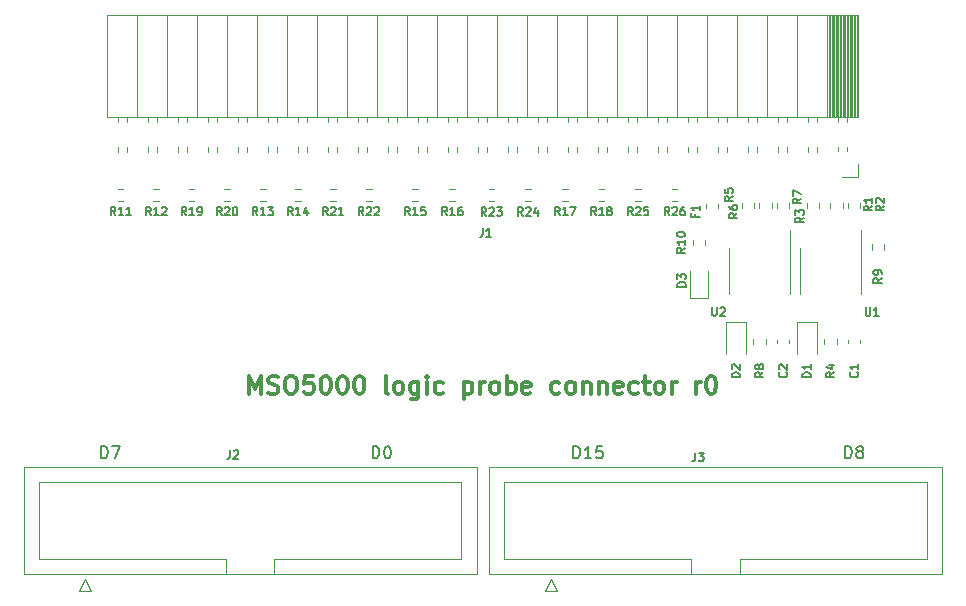
<source format=gto>
G04 #@! TF.GenerationSoftware,KiCad,Pcbnew,7.0.1*
G04 #@! TF.CreationDate,2023-04-11T19:54:40+03:00*
G04 #@! TF.ProjectId,connector-pcb,636f6e6e-6563-4746-9f72-2d7063622e6b,rev?*
G04 #@! TF.SameCoordinates,Original*
G04 #@! TF.FileFunction,Legend,Top*
G04 #@! TF.FilePolarity,Positive*
%FSLAX46Y46*%
G04 Gerber Fmt 4.6, Leading zero omitted, Abs format (unit mm)*
G04 Created by KiCad (PCBNEW 7.0.1) date 2023-04-11 19:54:40*
%MOMM*%
%LPD*%
G01*
G04 APERTURE LIST*
%ADD10C,0.150000*%
%ADD11C,0.300000*%
%ADD12C,0.120000*%
G04 APERTURE END LIST*
D10*
X67238095Y-77877619D02*
X67238095Y-76877619D01*
X67238095Y-76877619D02*
X67476190Y-76877619D01*
X67476190Y-76877619D02*
X67619047Y-76925238D01*
X67619047Y-76925238D02*
X67714285Y-77020476D01*
X67714285Y-77020476D02*
X67761904Y-77115714D01*
X67761904Y-77115714D02*
X67809523Y-77306190D01*
X67809523Y-77306190D02*
X67809523Y-77449047D01*
X67809523Y-77449047D02*
X67761904Y-77639523D01*
X67761904Y-77639523D02*
X67714285Y-77734761D01*
X67714285Y-77734761D02*
X67619047Y-77830000D01*
X67619047Y-77830000D02*
X67476190Y-77877619D01*
X67476190Y-77877619D02*
X67238095Y-77877619D01*
X68142857Y-76877619D02*
X68809523Y-76877619D01*
X68809523Y-76877619D02*
X68380952Y-77877619D01*
D11*
X79757142Y-72416428D02*
X79757142Y-70916428D01*
X79757142Y-70916428D02*
X80257142Y-71987857D01*
X80257142Y-71987857D02*
X80757142Y-70916428D01*
X80757142Y-70916428D02*
X80757142Y-72416428D01*
X81400000Y-72345000D02*
X81614286Y-72416428D01*
X81614286Y-72416428D02*
X81971428Y-72416428D01*
X81971428Y-72416428D02*
X82114286Y-72345000D01*
X82114286Y-72345000D02*
X82185714Y-72273571D01*
X82185714Y-72273571D02*
X82257143Y-72130714D01*
X82257143Y-72130714D02*
X82257143Y-71987857D01*
X82257143Y-71987857D02*
X82185714Y-71845000D01*
X82185714Y-71845000D02*
X82114286Y-71773571D01*
X82114286Y-71773571D02*
X81971428Y-71702142D01*
X81971428Y-71702142D02*
X81685714Y-71630714D01*
X81685714Y-71630714D02*
X81542857Y-71559285D01*
X81542857Y-71559285D02*
X81471428Y-71487857D01*
X81471428Y-71487857D02*
X81400000Y-71345000D01*
X81400000Y-71345000D02*
X81400000Y-71202142D01*
X81400000Y-71202142D02*
X81471428Y-71059285D01*
X81471428Y-71059285D02*
X81542857Y-70987857D01*
X81542857Y-70987857D02*
X81685714Y-70916428D01*
X81685714Y-70916428D02*
X82042857Y-70916428D01*
X82042857Y-70916428D02*
X82257143Y-70987857D01*
X83185714Y-70916428D02*
X83471428Y-70916428D01*
X83471428Y-70916428D02*
X83614285Y-70987857D01*
X83614285Y-70987857D02*
X83757142Y-71130714D01*
X83757142Y-71130714D02*
X83828571Y-71416428D01*
X83828571Y-71416428D02*
X83828571Y-71916428D01*
X83828571Y-71916428D02*
X83757142Y-72202142D01*
X83757142Y-72202142D02*
X83614285Y-72345000D01*
X83614285Y-72345000D02*
X83471428Y-72416428D01*
X83471428Y-72416428D02*
X83185714Y-72416428D01*
X83185714Y-72416428D02*
X83042857Y-72345000D01*
X83042857Y-72345000D02*
X82899999Y-72202142D01*
X82899999Y-72202142D02*
X82828571Y-71916428D01*
X82828571Y-71916428D02*
X82828571Y-71416428D01*
X82828571Y-71416428D02*
X82899999Y-71130714D01*
X82899999Y-71130714D02*
X83042857Y-70987857D01*
X83042857Y-70987857D02*
X83185714Y-70916428D01*
X85185714Y-70916428D02*
X84471428Y-70916428D01*
X84471428Y-70916428D02*
X84400000Y-71630714D01*
X84400000Y-71630714D02*
X84471428Y-71559285D01*
X84471428Y-71559285D02*
X84614286Y-71487857D01*
X84614286Y-71487857D02*
X84971428Y-71487857D01*
X84971428Y-71487857D02*
X85114286Y-71559285D01*
X85114286Y-71559285D02*
X85185714Y-71630714D01*
X85185714Y-71630714D02*
X85257143Y-71773571D01*
X85257143Y-71773571D02*
X85257143Y-72130714D01*
X85257143Y-72130714D02*
X85185714Y-72273571D01*
X85185714Y-72273571D02*
X85114286Y-72345000D01*
X85114286Y-72345000D02*
X84971428Y-72416428D01*
X84971428Y-72416428D02*
X84614286Y-72416428D01*
X84614286Y-72416428D02*
X84471428Y-72345000D01*
X84471428Y-72345000D02*
X84400000Y-72273571D01*
X86185714Y-70916428D02*
X86328571Y-70916428D01*
X86328571Y-70916428D02*
X86471428Y-70987857D01*
X86471428Y-70987857D02*
X86542857Y-71059285D01*
X86542857Y-71059285D02*
X86614285Y-71202142D01*
X86614285Y-71202142D02*
X86685714Y-71487857D01*
X86685714Y-71487857D02*
X86685714Y-71845000D01*
X86685714Y-71845000D02*
X86614285Y-72130714D01*
X86614285Y-72130714D02*
X86542857Y-72273571D01*
X86542857Y-72273571D02*
X86471428Y-72345000D01*
X86471428Y-72345000D02*
X86328571Y-72416428D01*
X86328571Y-72416428D02*
X86185714Y-72416428D01*
X86185714Y-72416428D02*
X86042857Y-72345000D01*
X86042857Y-72345000D02*
X85971428Y-72273571D01*
X85971428Y-72273571D02*
X85899999Y-72130714D01*
X85899999Y-72130714D02*
X85828571Y-71845000D01*
X85828571Y-71845000D02*
X85828571Y-71487857D01*
X85828571Y-71487857D02*
X85899999Y-71202142D01*
X85899999Y-71202142D02*
X85971428Y-71059285D01*
X85971428Y-71059285D02*
X86042857Y-70987857D01*
X86042857Y-70987857D02*
X86185714Y-70916428D01*
X87614285Y-70916428D02*
X87757142Y-70916428D01*
X87757142Y-70916428D02*
X87899999Y-70987857D01*
X87899999Y-70987857D02*
X87971428Y-71059285D01*
X87971428Y-71059285D02*
X88042856Y-71202142D01*
X88042856Y-71202142D02*
X88114285Y-71487857D01*
X88114285Y-71487857D02*
X88114285Y-71845000D01*
X88114285Y-71845000D02*
X88042856Y-72130714D01*
X88042856Y-72130714D02*
X87971428Y-72273571D01*
X87971428Y-72273571D02*
X87899999Y-72345000D01*
X87899999Y-72345000D02*
X87757142Y-72416428D01*
X87757142Y-72416428D02*
X87614285Y-72416428D01*
X87614285Y-72416428D02*
X87471428Y-72345000D01*
X87471428Y-72345000D02*
X87399999Y-72273571D01*
X87399999Y-72273571D02*
X87328570Y-72130714D01*
X87328570Y-72130714D02*
X87257142Y-71845000D01*
X87257142Y-71845000D02*
X87257142Y-71487857D01*
X87257142Y-71487857D02*
X87328570Y-71202142D01*
X87328570Y-71202142D02*
X87399999Y-71059285D01*
X87399999Y-71059285D02*
X87471428Y-70987857D01*
X87471428Y-70987857D02*
X87614285Y-70916428D01*
X89042856Y-70916428D02*
X89185713Y-70916428D01*
X89185713Y-70916428D02*
X89328570Y-70987857D01*
X89328570Y-70987857D02*
X89399999Y-71059285D01*
X89399999Y-71059285D02*
X89471427Y-71202142D01*
X89471427Y-71202142D02*
X89542856Y-71487857D01*
X89542856Y-71487857D02*
X89542856Y-71845000D01*
X89542856Y-71845000D02*
X89471427Y-72130714D01*
X89471427Y-72130714D02*
X89399999Y-72273571D01*
X89399999Y-72273571D02*
X89328570Y-72345000D01*
X89328570Y-72345000D02*
X89185713Y-72416428D01*
X89185713Y-72416428D02*
X89042856Y-72416428D01*
X89042856Y-72416428D02*
X88899999Y-72345000D01*
X88899999Y-72345000D02*
X88828570Y-72273571D01*
X88828570Y-72273571D02*
X88757141Y-72130714D01*
X88757141Y-72130714D02*
X88685713Y-71845000D01*
X88685713Y-71845000D02*
X88685713Y-71487857D01*
X88685713Y-71487857D02*
X88757141Y-71202142D01*
X88757141Y-71202142D02*
X88828570Y-71059285D01*
X88828570Y-71059285D02*
X88899999Y-70987857D01*
X88899999Y-70987857D02*
X89042856Y-70916428D01*
X91542855Y-72416428D02*
X91399998Y-72345000D01*
X91399998Y-72345000D02*
X91328569Y-72202142D01*
X91328569Y-72202142D02*
X91328569Y-70916428D01*
X92328569Y-72416428D02*
X92185712Y-72345000D01*
X92185712Y-72345000D02*
X92114283Y-72273571D01*
X92114283Y-72273571D02*
X92042855Y-72130714D01*
X92042855Y-72130714D02*
X92042855Y-71702142D01*
X92042855Y-71702142D02*
X92114283Y-71559285D01*
X92114283Y-71559285D02*
X92185712Y-71487857D01*
X92185712Y-71487857D02*
X92328569Y-71416428D01*
X92328569Y-71416428D02*
X92542855Y-71416428D01*
X92542855Y-71416428D02*
X92685712Y-71487857D01*
X92685712Y-71487857D02*
X92757141Y-71559285D01*
X92757141Y-71559285D02*
X92828569Y-71702142D01*
X92828569Y-71702142D02*
X92828569Y-72130714D01*
X92828569Y-72130714D02*
X92757141Y-72273571D01*
X92757141Y-72273571D02*
X92685712Y-72345000D01*
X92685712Y-72345000D02*
X92542855Y-72416428D01*
X92542855Y-72416428D02*
X92328569Y-72416428D01*
X94114284Y-71416428D02*
X94114284Y-72630714D01*
X94114284Y-72630714D02*
X94042855Y-72773571D01*
X94042855Y-72773571D02*
X93971426Y-72845000D01*
X93971426Y-72845000D02*
X93828569Y-72916428D01*
X93828569Y-72916428D02*
X93614284Y-72916428D01*
X93614284Y-72916428D02*
X93471426Y-72845000D01*
X94114284Y-72345000D02*
X93971426Y-72416428D01*
X93971426Y-72416428D02*
X93685712Y-72416428D01*
X93685712Y-72416428D02*
X93542855Y-72345000D01*
X93542855Y-72345000D02*
X93471426Y-72273571D01*
X93471426Y-72273571D02*
X93399998Y-72130714D01*
X93399998Y-72130714D02*
X93399998Y-71702142D01*
X93399998Y-71702142D02*
X93471426Y-71559285D01*
X93471426Y-71559285D02*
X93542855Y-71487857D01*
X93542855Y-71487857D02*
X93685712Y-71416428D01*
X93685712Y-71416428D02*
X93971426Y-71416428D01*
X93971426Y-71416428D02*
X94114284Y-71487857D01*
X94828569Y-72416428D02*
X94828569Y-71416428D01*
X94828569Y-70916428D02*
X94757141Y-70987857D01*
X94757141Y-70987857D02*
X94828569Y-71059285D01*
X94828569Y-71059285D02*
X94899998Y-70987857D01*
X94899998Y-70987857D02*
X94828569Y-70916428D01*
X94828569Y-70916428D02*
X94828569Y-71059285D01*
X96185713Y-72345000D02*
X96042855Y-72416428D01*
X96042855Y-72416428D02*
X95757141Y-72416428D01*
X95757141Y-72416428D02*
X95614284Y-72345000D01*
X95614284Y-72345000D02*
X95542855Y-72273571D01*
X95542855Y-72273571D02*
X95471427Y-72130714D01*
X95471427Y-72130714D02*
X95471427Y-71702142D01*
X95471427Y-71702142D02*
X95542855Y-71559285D01*
X95542855Y-71559285D02*
X95614284Y-71487857D01*
X95614284Y-71487857D02*
X95757141Y-71416428D01*
X95757141Y-71416428D02*
X96042855Y-71416428D01*
X96042855Y-71416428D02*
X96185713Y-71487857D01*
X97971426Y-71416428D02*
X97971426Y-72916428D01*
X97971426Y-71487857D02*
X98114284Y-71416428D01*
X98114284Y-71416428D02*
X98399998Y-71416428D01*
X98399998Y-71416428D02*
X98542855Y-71487857D01*
X98542855Y-71487857D02*
X98614284Y-71559285D01*
X98614284Y-71559285D02*
X98685712Y-71702142D01*
X98685712Y-71702142D02*
X98685712Y-72130714D01*
X98685712Y-72130714D02*
X98614284Y-72273571D01*
X98614284Y-72273571D02*
X98542855Y-72345000D01*
X98542855Y-72345000D02*
X98399998Y-72416428D01*
X98399998Y-72416428D02*
X98114284Y-72416428D01*
X98114284Y-72416428D02*
X97971426Y-72345000D01*
X99328569Y-72416428D02*
X99328569Y-71416428D01*
X99328569Y-71702142D02*
X99399998Y-71559285D01*
X99399998Y-71559285D02*
X99471427Y-71487857D01*
X99471427Y-71487857D02*
X99614284Y-71416428D01*
X99614284Y-71416428D02*
X99757141Y-71416428D01*
X100471426Y-72416428D02*
X100328569Y-72345000D01*
X100328569Y-72345000D02*
X100257140Y-72273571D01*
X100257140Y-72273571D02*
X100185712Y-72130714D01*
X100185712Y-72130714D02*
X100185712Y-71702142D01*
X100185712Y-71702142D02*
X100257140Y-71559285D01*
X100257140Y-71559285D02*
X100328569Y-71487857D01*
X100328569Y-71487857D02*
X100471426Y-71416428D01*
X100471426Y-71416428D02*
X100685712Y-71416428D01*
X100685712Y-71416428D02*
X100828569Y-71487857D01*
X100828569Y-71487857D02*
X100899998Y-71559285D01*
X100899998Y-71559285D02*
X100971426Y-71702142D01*
X100971426Y-71702142D02*
X100971426Y-72130714D01*
X100971426Y-72130714D02*
X100899998Y-72273571D01*
X100899998Y-72273571D02*
X100828569Y-72345000D01*
X100828569Y-72345000D02*
X100685712Y-72416428D01*
X100685712Y-72416428D02*
X100471426Y-72416428D01*
X101614283Y-72416428D02*
X101614283Y-70916428D01*
X101614283Y-71487857D02*
X101757141Y-71416428D01*
X101757141Y-71416428D02*
X102042855Y-71416428D01*
X102042855Y-71416428D02*
X102185712Y-71487857D01*
X102185712Y-71487857D02*
X102257141Y-71559285D01*
X102257141Y-71559285D02*
X102328569Y-71702142D01*
X102328569Y-71702142D02*
X102328569Y-72130714D01*
X102328569Y-72130714D02*
X102257141Y-72273571D01*
X102257141Y-72273571D02*
X102185712Y-72345000D01*
X102185712Y-72345000D02*
X102042855Y-72416428D01*
X102042855Y-72416428D02*
X101757141Y-72416428D01*
X101757141Y-72416428D02*
X101614283Y-72345000D01*
X103542855Y-72345000D02*
X103399998Y-72416428D01*
X103399998Y-72416428D02*
X103114284Y-72416428D01*
X103114284Y-72416428D02*
X102971426Y-72345000D01*
X102971426Y-72345000D02*
X102899998Y-72202142D01*
X102899998Y-72202142D02*
X102899998Y-71630714D01*
X102899998Y-71630714D02*
X102971426Y-71487857D01*
X102971426Y-71487857D02*
X103114284Y-71416428D01*
X103114284Y-71416428D02*
X103399998Y-71416428D01*
X103399998Y-71416428D02*
X103542855Y-71487857D01*
X103542855Y-71487857D02*
X103614284Y-71630714D01*
X103614284Y-71630714D02*
X103614284Y-71773571D01*
X103614284Y-71773571D02*
X102899998Y-71916428D01*
X106042855Y-72345000D02*
X105899997Y-72416428D01*
X105899997Y-72416428D02*
X105614283Y-72416428D01*
X105614283Y-72416428D02*
X105471426Y-72345000D01*
X105471426Y-72345000D02*
X105399997Y-72273571D01*
X105399997Y-72273571D02*
X105328569Y-72130714D01*
X105328569Y-72130714D02*
X105328569Y-71702142D01*
X105328569Y-71702142D02*
X105399997Y-71559285D01*
X105399997Y-71559285D02*
X105471426Y-71487857D01*
X105471426Y-71487857D02*
X105614283Y-71416428D01*
X105614283Y-71416428D02*
X105899997Y-71416428D01*
X105899997Y-71416428D02*
X106042855Y-71487857D01*
X106899997Y-72416428D02*
X106757140Y-72345000D01*
X106757140Y-72345000D02*
X106685711Y-72273571D01*
X106685711Y-72273571D02*
X106614283Y-72130714D01*
X106614283Y-72130714D02*
X106614283Y-71702142D01*
X106614283Y-71702142D02*
X106685711Y-71559285D01*
X106685711Y-71559285D02*
X106757140Y-71487857D01*
X106757140Y-71487857D02*
X106899997Y-71416428D01*
X106899997Y-71416428D02*
X107114283Y-71416428D01*
X107114283Y-71416428D02*
X107257140Y-71487857D01*
X107257140Y-71487857D02*
X107328569Y-71559285D01*
X107328569Y-71559285D02*
X107399997Y-71702142D01*
X107399997Y-71702142D02*
X107399997Y-72130714D01*
X107399997Y-72130714D02*
X107328569Y-72273571D01*
X107328569Y-72273571D02*
X107257140Y-72345000D01*
X107257140Y-72345000D02*
X107114283Y-72416428D01*
X107114283Y-72416428D02*
X106899997Y-72416428D01*
X108042854Y-71416428D02*
X108042854Y-72416428D01*
X108042854Y-71559285D02*
X108114283Y-71487857D01*
X108114283Y-71487857D02*
X108257140Y-71416428D01*
X108257140Y-71416428D02*
X108471426Y-71416428D01*
X108471426Y-71416428D02*
X108614283Y-71487857D01*
X108614283Y-71487857D02*
X108685712Y-71630714D01*
X108685712Y-71630714D02*
X108685712Y-72416428D01*
X109399997Y-71416428D02*
X109399997Y-72416428D01*
X109399997Y-71559285D02*
X109471426Y-71487857D01*
X109471426Y-71487857D02*
X109614283Y-71416428D01*
X109614283Y-71416428D02*
X109828569Y-71416428D01*
X109828569Y-71416428D02*
X109971426Y-71487857D01*
X109971426Y-71487857D02*
X110042855Y-71630714D01*
X110042855Y-71630714D02*
X110042855Y-72416428D01*
X111328569Y-72345000D02*
X111185712Y-72416428D01*
X111185712Y-72416428D02*
X110899998Y-72416428D01*
X110899998Y-72416428D02*
X110757140Y-72345000D01*
X110757140Y-72345000D02*
X110685712Y-72202142D01*
X110685712Y-72202142D02*
X110685712Y-71630714D01*
X110685712Y-71630714D02*
X110757140Y-71487857D01*
X110757140Y-71487857D02*
X110899998Y-71416428D01*
X110899998Y-71416428D02*
X111185712Y-71416428D01*
X111185712Y-71416428D02*
X111328569Y-71487857D01*
X111328569Y-71487857D02*
X111399998Y-71630714D01*
X111399998Y-71630714D02*
X111399998Y-71773571D01*
X111399998Y-71773571D02*
X110685712Y-71916428D01*
X112685712Y-72345000D02*
X112542854Y-72416428D01*
X112542854Y-72416428D02*
X112257140Y-72416428D01*
X112257140Y-72416428D02*
X112114283Y-72345000D01*
X112114283Y-72345000D02*
X112042854Y-72273571D01*
X112042854Y-72273571D02*
X111971426Y-72130714D01*
X111971426Y-72130714D02*
X111971426Y-71702142D01*
X111971426Y-71702142D02*
X112042854Y-71559285D01*
X112042854Y-71559285D02*
X112114283Y-71487857D01*
X112114283Y-71487857D02*
X112257140Y-71416428D01*
X112257140Y-71416428D02*
X112542854Y-71416428D01*
X112542854Y-71416428D02*
X112685712Y-71487857D01*
X113114283Y-71416428D02*
X113685711Y-71416428D01*
X113328568Y-70916428D02*
X113328568Y-72202142D01*
X113328568Y-72202142D02*
X113399997Y-72345000D01*
X113399997Y-72345000D02*
X113542854Y-72416428D01*
X113542854Y-72416428D02*
X113685711Y-72416428D01*
X114399997Y-72416428D02*
X114257140Y-72345000D01*
X114257140Y-72345000D02*
X114185711Y-72273571D01*
X114185711Y-72273571D02*
X114114283Y-72130714D01*
X114114283Y-72130714D02*
X114114283Y-71702142D01*
X114114283Y-71702142D02*
X114185711Y-71559285D01*
X114185711Y-71559285D02*
X114257140Y-71487857D01*
X114257140Y-71487857D02*
X114399997Y-71416428D01*
X114399997Y-71416428D02*
X114614283Y-71416428D01*
X114614283Y-71416428D02*
X114757140Y-71487857D01*
X114757140Y-71487857D02*
X114828569Y-71559285D01*
X114828569Y-71559285D02*
X114899997Y-71702142D01*
X114899997Y-71702142D02*
X114899997Y-72130714D01*
X114899997Y-72130714D02*
X114828569Y-72273571D01*
X114828569Y-72273571D02*
X114757140Y-72345000D01*
X114757140Y-72345000D02*
X114614283Y-72416428D01*
X114614283Y-72416428D02*
X114399997Y-72416428D01*
X115542854Y-72416428D02*
X115542854Y-71416428D01*
X115542854Y-71702142D02*
X115614283Y-71559285D01*
X115614283Y-71559285D02*
X115685712Y-71487857D01*
X115685712Y-71487857D02*
X115828569Y-71416428D01*
X115828569Y-71416428D02*
X115971426Y-71416428D01*
X117614282Y-72416428D02*
X117614282Y-71416428D01*
X117614282Y-71702142D02*
X117685711Y-71559285D01*
X117685711Y-71559285D02*
X117757140Y-71487857D01*
X117757140Y-71487857D02*
X117899997Y-71416428D01*
X117899997Y-71416428D02*
X118042854Y-71416428D01*
X118828568Y-70916428D02*
X118971425Y-70916428D01*
X118971425Y-70916428D02*
X119114282Y-70987857D01*
X119114282Y-70987857D02*
X119185711Y-71059285D01*
X119185711Y-71059285D02*
X119257139Y-71202142D01*
X119257139Y-71202142D02*
X119328568Y-71487857D01*
X119328568Y-71487857D02*
X119328568Y-71845000D01*
X119328568Y-71845000D02*
X119257139Y-72130714D01*
X119257139Y-72130714D02*
X119185711Y-72273571D01*
X119185711Y-72273571D02*
X119114282Y-72345000D01*
X119114282Y-72345000D02*
X118971425Y-72416428D01*
X118971425Y-72416428D02*
X118828568Y-72416428D01*
X118828568Y-72416428D02*
X118685711Y-72345000D01*
X118685711Y-72345000D02*
X118614282Y-72273571D01*
X118614282Y-72273571D02*
X118542853Y-72130714D01*
X118542853Y-72130714D02*
X118471425Y-71845000D01*
X118471425Y-71845000D02*
X118471425Y-71487857D01*
X118471425Y-71487857D02*
X118542853Y-71202142D01*
X118542853Y-71202142D02*
X118614282Y-71059285D01*
X118614282Y-71059285D02*
X118685711Y-70987857D01*
X118685711Y-70987857D02*
X118828568Y-70916428D01*
D10*
X130238095Y-77877619D02*
X130238095Y-76877619D01*
X130238095Y-76877619D02*
X130476190Y-76877619D01*
X130476190Y-76877619D02*
X130619047Y-76925238D01*
X130619047Y-76925238D02*
X130714285Y-77020476D01*
X130714285Y-77020476D02*
X130761904Y-77115714D01*
X130761904Y-77115714D02*
X130809523Y-77306190D01*
X130809523Y-77306190D02*
X130809523Y-77449047D01*
X130809523Y-77449047D02*
X130761904Y-77639523D01*
X130761904Y-77639523D02*
X130714285Y-77734761D01*
X130714285Y-77734761D02*
X130619047Y-77830000D01*
X130619047Y-77830000D02*
X130476190Y-77877619D01*
X130476190Y-77877619D02*
X130238095Y-77877619D01*
X131380952Y-77306190D02*
X131285714Y-77258571D01*
X131285714Y-77258571D02*
X131238095Y-77210952D01*
X131238095Y-77210952D02*
X131190476Y-77115714D01*
X131190476Y-77115714D02*
X131190476Y-77068095D01*
X131190476Y-77068095D02*
X131238095Y-76972857D01*
X131238095Y-76972857D02*
X131285714Y-76925238D01*
X131285714Y-76925238D02*
X131380952Y-76877619D01*
X131380952Y-76877619D02*
X131571428Y-76877619D01*
X131571428Y-76877619D02*
X131666666Y-76925238D01*
X131666666Y-76925238D02*
X131714285Y-76972857D01*
X131714285Y-76972857D02*
X131761904Y-77068095D01*
X131761904Y-77068095D02*
X131761904Y-77115714D01*
X131761904Y-77115714D02*
X131714285Y-77210952D01*
X131714285Y-77210952D02*
X131666666Y-77258571D01*
X131666666Y-77258571D02*
X131571428Y-77306190D01*
X131571428Y-77306190D02*
X131380952Y-77306190D01*
X131380952Y-77306190D02*
X131285714Y-77353809D01*
X131285714Y-77353809D02*
X131238095Y-77401428D01*
X131238095Y-77401428D02*
X131190476Y-77496666D01*
X131190476Y-77496666D02*
X131190476Y-77687142D01*
X131190476Y-77687142D02*
X131238095Y-77782380D01*
X131238095Y-77782380D02*
X131285714Y-77830000D01*
X131285714Y-77830000D02*
X131380952Y-77877619D01*
X131380952Y-77877619D02*
X131571428Y-77877619D01*
X131571428Y-77877619D02*
X131666666Y-77830000D01*
X131666666Y-77830000D02*
X131714285Y-77782380D01*
X131714285Y-77782380D02*
X131761904Y-77687142D01*
X131761904Y-77687142D02*
X131761904Y-77496666D01*
X131761904Y-77496666D02*
X131714285Y-77401428D01*
X131714285Y-77401428D02*
X131666666Y-77353809D01*
X131666666Y-77353809D02*
X131571428Y-77306190D01*
X107238095Y-77877619D02*
X107238095Y-76877619D01*
X107238095Y-76877619D02*
X107476190Y-76877619D01*
X107476190Y-76877619D02*
X107619047Y-76925238D01*
X107619047Y-76925238D02*
X107714285Y-77020476D01*
X107714285Y-77020476D02*
X107761904Y-77115714D01*
X107761904Y-77115714D02*
X107809523Y-77306190D01*
X107809523Y-77306190D02*
X107809523Y-77449047D01*
X107809523Y-77449047D02*
X107761904Y-77639523D01*
X107761904Y-77639523D02*
X107714285Y-77734761D01*
X107714285Y-77734761D02*
X107619047Y-77830000D01*
X107619047Y-77830000D02*
X107476190Y-77877619D01*
X107476190Y-77877619D02*
X107238095Y-77877619D01*
X108761904Y-77877619D02*
X108190476Y-77877619D01*
X108476190Y-77877619D02*
X108476190Y-76877619D01*
X108476190Y-76877619D02*
X108380952Y-77020476D01*
X108380952Y-77020476D02*
X108285714Y-77115714D01*
X108285714Y-77115714D02*
X108190476Y-77163333D01*
X109666666Y-76877619D02*
X109190476Y-76877619D01*
X109190476Y-76877619D02*
X109142857Y-77353809D01*
X109142857Y-77353809D02*
X109190476Y-77306190D01*
X109190476Y-77306190D02*
X109285714Y-77258571D01*
X109285714Y-77258571D02*
X109523809Y-77258571D01*
X109523809Y-77258571D02*
X109619047Y-77306190D01*
X109619047Y-77306190D02*
X109666666Y-77353809D01*
X109666666Y-77353809D02*
X109714285Y-77449047D01*
X109714285Y-77449047D02*
X109714285Y-77687142D01*
X109714285Y-77687142D02*
X109666666Y-77782380D01*
X109666666Y-77782380D02*
X109619047Y-77830000D01*
X109619047Y-77830000D02*
X109523809Y-77877619D01*
X109523809Y-77877619D02*
X109285714Y-77877619D01*
X109285714Y-77877619D02*
X109190476Y-77830000D01*
X109190476Y-77830000D02*
X109142857Y-77782380D01*
X90238095Y-77877619D02*
X90238095Y-76877619D01*
X90238095Y-76877619D02*
X90476190Y-76877619D01*
X90476190Y-76877619D02*
X90619047Y-76925238D01*
X90619047Y-76925238D02*
X90714285Y-77020476D01*
X90714285Y-77020476D02*
X90761904Y-77115714D01*
X90761904Y-77115714D02*
X90809523Y-77306190D01*
X90809523Y-77306190D02*
X90809523Y-77449047D01*
X90809523Y-77449047D02*
X90761904Y-77639523D01*
X90761904Y-77639523D02*
X90714285Y-77734761D01*
X90714285Y-77734761D02*
X90619047Y-77830000D01*
X90619047Y-77830000D02*
X90476190Y-77877619D01*
X90476190Y-77877619D02*
X90238095Y-77877619D01*
X91428571Y-76877619D02*
X91523809Y-76877619D01*
X91523809Y-76877619D02*
X91619047Y-76925238D01*
X91619047Y-76925238D02*
X91666666Y-76972857D01*
X91666666Y-76972857D02*
X91714285Y-77068095D01*
X91714285Y-77068095D02*
X91761904Y-77258571D01*
X91761904Y-77258571D02*
X91761904Y-77496666D01*
X91761904Y-77496666D02*
X91714285Y-77687142D01*
X91714285Y-77687142D02*
X91666666Y-77782380D01*
X91666666Y-77782380D02*
X91619047Y-77830000D01*
X91619047Y-77830000D02*
X91523809Y-77877619D01*
X91523809Y-77877619D02*
X91428571Y-77877619D01*
X91428571Y-77877619D02*
X91333333Y-77830000D01*
X91333333Y-77830000D02*
X91285714Y-77782380D01*
X91285714Y-77782380D02*
X91238095Y-77687142D01*
X91238095Y-77687142D02*
X91190476Y-77496666D01*
X91190476Y-77496666D02*
X91190476Y-77258571D01*
X91190476Y-77258571D02*
X91238095Y-77068095D01*
X91238095Y-77068095D02*
X91285714Y-76972857D01*
X91285714Y-76972857D02*
X91333333Y-76925238D01*
X91333333Y-76925238D02*
X91428571Y-76877619D01*
G04 #@! TO.C,D2*
X121323833Y-71016666D02*
X120623833Y-71016666D01*
X120623833Y-71016666D02*
X120623833Y-70849999D01*
X120623833Y-70849999D02*
X120657166Y-70749999D01*
X120657166Y-70749999D02*
X120723833Y-70683333D01*
X120723833Y-70683333D02*
X120790500Y-70649999D01*
X120790500Y-70649999D02*
X120923833Y-70616666D01*
X120923833Y-70616666D02*
X121023833Y-70616666D01*
X121023833Y-70616666D02*
X121157166Y-70649999D01*
X121157166Y-70649999D02*
X121223833Y-70683333D01*
X121223833Y-70683333D02*
X121290500Y-70749999D01*
X121290500Y-70749999D02*
X121323833Y-70849999D01*
X121323833Y-70849999D02*
X121323833Y-71016666D01*
X120690500Y-70349999D02*
X120657166Y-70316666D01*
X120657166Y-70316666D02*
X120623833Y-70249999D01*
X120623833Y-70249999D02*
X120623833Y-70083333D01*
X120623833Y-70083333D02*
X120657166Y-70016666D01*
X120657166Y-70016666D02*
X120690500Y-69983333D01*
X120690500Y-69983333D02*
X120757166Y-69949999D01*
X120757166Y-69949999D02*
X120823833Y-69949999D01*
X120823833Y-69949999D02*
X120923833Y-69983333D01*
X120923833Y-69983333D02*
X121323833Y-70383333D01*
X121323833Y-70383333D02*
X121323833Y-69949999D01*
G04 #@! TO.C,R13*
X80474999Y-57323833D02*
X80241666Y-56990500D01*
X80074999Y-57323833D02*
X80074999Y-56623833D01*
X80074999Y-56623833D02*
X80341666Y-56623833D01*
X80341666Y-56623833D02*
X80408333Y-56657166D01*
X80408333Y-56657166D02*
X80441666Y-56690500D01*
X80441666Y-56690500D02*
X80474999Y-56757166D01*
X80474999Y-56757166D02*
X80474999Y-56857166D01*
X80474999Y-56857166D02*
X80441666Y-56923833D01*
X80441666Y-56923833D02*
X80408333Y-56957166D01*
X80408333Y-56957166D02*
X80341666Y-56990500D01*
X80341666Y-56990500D02*
X80074999Y-56990500D01*
X81141666Y-57323833D02*
X80741666Y-57323833D01*
X80941666Y-57323833D02*
X80941666Y-56623833D01*
X80941666Y-56623833D02*
X80874999Y-56723833D01*
X80874999Y-56723833D02*
X80808333Y-56790500D01*
X80808333Y-56790500D02*
X80741666Y-56823833D01*
X81375000Y-56623833D02*
X81808333Y-56623833D01*
X81808333Y-56623833D02*
X81575000Y-56890500D01*
X81575000Y-56890500D02*
X81675000Y-56890500D01*
X81675000Y-56890500D02*
X81741666Y-56923833D01*
X81741666Y-56923833D02*
X81775000Y-56957166D01*
X81775000Y-56957166D02*
X81808333Y-57023833D01*
X81808333Y-57023833D02*
X81808333Y-57190500D01*
X81808333Y-57190500D02*
X81775000Y-57257166D01*
X81775000Y-57257166D02*
X81741666Y-57290500D01*
X81741666Y-57290500D02*
X81675000Y-57323833D01*
X81675000Y-57323833D02*
X81475000Y-57323833D01*
X81475000Y-57323833D02*
X81408333Y-57290500D01*
X81408333Y-57290500D02*
X81375000Y-57257166D01*
G04 #@! TO.C,D3*
X116743833Y-63354166D02*
X116043833Y-63354166D01*
X116043833Y-63354166D02*
X116043833Y-63187499D01*
X116043833Y-63187499D02*
X116077166Y-63087499D01*
X116077166Y-63087499D02*
X116143833Y-63020833D01*
X116143833Y-63020833D02*
X116210500Y-62987499D01*
X116210500Y-62987499D02*
X116343833Y-62954166D01*
X116343833Y-62954166D02*
X116443833Y-62954166D01*
X116443833Y-62954166D02*
X116577166Y-62987499D01*
X116577166Y-62987499D02*
X116643833Y-63020833D01*
X116643833Y-63020833D02*
X116710500Y-63087499D01*
X116710500Y-63087499D02*
X116743833Y-63187499D01*
X116743833Y-63187499D02*
X116743833Y-63354166D01*
X116043833Y-62720833D02*
X116043833Y-62287499D01*
X116043833Y-62287499D02*
X116310500Y-62520833D01*
X116310500Y-62520833D02*
X116310500Y-62420833D01*
X116310500Y-62420833D02*
X116343833Y-62354166D01*
X116343833Y-62354166D02*
X116377166Y-62320833D01*
X116377166Y-62320833D02*
X116443833Y-62287499D01*
X116443833Y-62287499D02*
X116610500Y-62287499D01*
X116610500Y-62287499D02*
X116677166Y-62320833D01*
X116677166Y-62320833D02*
X116710500Y-62354166D01*
X116710500Y-62354166D02*
X116743833Y-62420833D01*
X116743833Y-62420833D02*
X116743833Y-62620833D01*
X116743833Y-62620833D02*
X116710500Y-62687499D01*
X116710500Y-62687499D02*
X116677166Y-62720833D01*
G04 #@! TO.C,F1*
X117557166Y-57233333D02*
X117557166Y-57466666D01*
X117923833Y-57466666D02*
X117223833Y-57466666D01*
X117223833Y-57466666D02*
X117223833Y-57133333D01*
X117923833Y-56499999D02*
X117923833Y-56899999D01*
X117923833Y-56699999D02*
X117223833Y-56699999D01*
X117223833Y-56699999D02*
X117323833Y-56766666D01*
X117323833Y-56766666D02*
X117390500Y-56833333D01*
X117390500Y-56833333D02*
X117423833Y-56899999D01*
G04 #@! TO.C,R8*
X123323833Y-70616666D02*
X122990500Y-70849999D01*
X123323833Y-71016666D02*
X122623833Y-71016666D01*
X122623833Y-71016666D02*
X122623833Y-70749999D01*
X122623833Y-70749999D02*
X122657166Y-70683333D01*
X122657166Y-70683333D02*
X122690500Y-70649999D01*
X122690500Y-70649999D02*
X122757166Y-70616666D01*
X122757166Y-70616666D02*
X122857166Y-70616666D01*
X122857166Y-70616666D02*
X122923833Y-70649999D01*
X122923833Y-70649999D02*
X122957166Y-70683333D01*
X122957166Y-70683333D02*
X122990500Y-70749999D01*
X122990500Y-70749999D02*
X122990500Y-71016666D01*
X122923833Y-70216666D02*
X122890500Y-70283333D01*
X122890500Y-70283333D02*
X122857166Y-70316666D01*
X122857166Y-70316666D02*
X122790500Y-70349999D01*
X122790500Y-70349999D02*
X122757166Y-70349999D01*
X122757166Y-70349999D02*
X122690500Y-70316666D01*
X122690500Y-70316666D02*
X122657166Y-70283333D01*
X122657166Y-70283333D02*
X122623833Y-70216666D01*
X122623833Y-70216666D02*
X122623833Y-70083333D01*
X122623833Y-70083333D02*
X122657166Y-70016666D01*
X122657166Y-70016666D02*
X122690500Y-69983333D01*
X122690500Y-69983333D02*
X122757166Y-69949999D01*
X122757166Y-69949999D02*
X122790500Y-69949999D01*
X122790500Y-69949999D02*
X122857166Y-69983333D01*
X122857166Y-69983333D02*
X122890500Y-70016666D01*
X122890500Y-70016666D02*
X122923833Y-70083333D01*
X122923833Y-70083333D02*
X122923833Y-70216666D01*
X122923833Y-70216666D02*
X122957166Y-70283333D01*
X122957166Y-70283333D02*
X122990500Y-70316666D01*
X122990500Y-70316666D02*
X123057166Y-70349999D01*
X123057166Y-70349999D02*
X123190500Y-70349999D01*
X123190500Y-70349999D02*
X123257166Y-70316666D01*
X123257166Y-70316666D02*
X123290500Y-70283333D01*
X123290500Y-70283333D02*
X123323833Y-70216666D01*
X123323833Y-70216666D02*
X123323833Y-70083333D01*
X123323833Y-70083333D02*
X123290500Y-70016666D01*
X123290500Y-70016666D02*
X123257166Y-69983333D01*
X123257166Y-69983333D02*
X123190500Y-69949999D01*
X123190500Y-69949999D02*
X123057166Y-69949999D01*
X123057166Y-69949999D02*
X122990500Y-69983333D01*
X122990500Y-69983333D02*
X122957166Y-70016666D01*
X122957166Y-70016666D02*
X122923833Y-70083333D01*
G04 #@! TO.C,R10*
X116673833Y-60075000D02*
X116340500Y-60308333D01*
X116673833Y-60475000D02*
X115973833Y-60475000D01*
X115973833Y-60475000D02*
X115973833Y-60208333D01*
X115973833Y-60208333D02*
X116007166Y-60141667D01*
X116007166Y-60141667D02*
X116040500Y-60108333D01*
X116040500Y-60108333D02*
X116107166Y-60075000D01*
X116107166Y-60075000D02*
X116207166Y-60075000D01*
X116207166Y-60075000D02*
X116273833Y-60108333D01*
X116273833Y-60108333D02*
X116307166Y-60141667D01*
X116307166Y-60141667D02*
X116340500Y-60208333D01*
X116340500Y-60208333D02*
X116340500Y-60475000D01*
X116673833Y-59408333D02*
X116673833Y-59808333D01*
X116673833Y-59608333D02*
X115973833Y-59608333D01*
X115973833Y-59608333D02*
X116073833Y-59675000D01*
X116073833Y-59675000D02*
X116140500Y-59741667D01*
X116140500Y-59741667D02*
X116173833Y-59808333D01*
X115973833Y-58975000D02*
X115973833Y-58908333D01*
X115973833Y-58908333D02*
X116007166Y-58841666D01*
X116007166Y-58841666D02*
X116040500Y-58808333D01*
X116040500Y-58808333D02*
X116107166Y-58775000D01*
X116107166Y-58775000D02*
X116240500Y-58741666D01*
X116240500Y-58741666D02*
X116407166Y-58741666D01*
X116407166Y-58741666D02*
X116540500Y-58775000D01*
X116540500Y-58775000D02*
X116607166Y-58808333D01*
X116607166Y-58808333D02*
X116640500Y-58841666D01*
X116640500Y-58841666D02*
X116673833Y-58908333D01*
X116673833Y-58908333D02*
X116673833Y-58975000D01*
X116673833Y-58975000D02*
X116640500Y-59041666D01*
X116640500Y-59041666D02*
X116607166Y-59075000D01*
X116607166Y-59075000D02*
X116540500Y-59108333D01*
X116540500Y-59108333D02*
X116407166Y-59141666D01*
X116407166Y-59141666D02*
X116240500Y-59141666D01*
X116240500Y-59141666D02*
X116107166Y-59108333D01*
X116107166Y-59108333D02*
X116040500Y-59075000D01*
X116040500Y-59075000D02*
X116007166Y-59041666D01*
X116007166Y-59041666D02*
X115973833Y-58975000D01*
G04 #@! TO.C,R6*
X121123833Y-57116666D02*
X120790500Y-57349999D01*
X121123833Y-57516666D02*
X120423833Y-57516666D01*
X120423833Y-57516666D02*
X120423833Y-57249999D01*
X120423833Y-57249999D02*
X120457166Y-57183333D01*
X120457166Y-57183333D02*
X120490500Y-57149999D01*
X120490500Y-57149999D02*
X120557166Y-57116666D01*
X120557166Y-57116666D02*
X120657166Y-57116666D01*
X120657166Y-57116666D02*
X120723833Y-57149999D01*
X120723833Y-57149999D02*
X120757166Y-57183333D01*
X120757166Y-57183333D02*
X120790500Y-57249999D01*
X120790500Y-57249999D02*
X120790500Y-57516666D01*
X120423833Y-56516666D02*
X120423833Y-56649999D01*
X120423833Y-56649999D02*
X120457166Y-56716666D01*
X120457166Y-56716666D02*
X120490500Y-56749999D01*
X120490500Y-56749999D02*
X120590500Y-56816666D01*
X120590500Y-56816666D02*
X120723833Y-56849999D01*
X120723833Y-56849999D02*
X120990500Y-56849999D01*
X120990500Y-56849999D02*
X121057166Y-56816666D01*
X121057166Y-56816666D02*
X121090500Y-56783333D01*
X121090500Y-56783333D02*
X121123833Y-56716666D01*
X121123833Y-56716666D02*
X121123833Y-56583333D01*
X121123833Y-56583333D02*
X121090500Y-56516666D01*
X121090500Y-56516666D02*
X121057166Y-56483333D01*
X121057166Y-56483333D02*
X120990500Y-56449999D01*
X120990500Y-56449999D02*
X120823833Y-56449999D01*
X120823833Y-56449999D02*
X120757166Y-56483333D01*
X120757166Y-56483333D02*
X120723833Y-56516666D01*
X120723833Y-56516666D02*
X120690500Y-56583333D01*
X120690500Y-56583333D02*
X120690500Y-56716666D01*
X120690500Y-56716666D02*
X120723833Y-56783333D01*
X120723833Y-56783333D02*
X120757166Y-56816666D01*
X120757166Y-56816666D02*
X120823833Y-56849999D01*
G04 #@! TO.C,R14*
X83449999Y-57323833D02*
X83216666Y-56990500D01*
X83049999Y-57323833D02*
X83049999Y-56623833D01*
X83049999Y-56623833D02*
X83316666Y-56623833D01*
X83316666Y-56623833D02*
X83383333Y-56657166D01*
X83383333Y-56657166D02*
X83416666Y-56690500D01*
X83416666Y-56690500D02*
X83449999Y-56757166D01*
X83449999Y-56757166D02*
X83449999Y-56857166D01*
X83449999Y-56857166D02*
X83416666Y-56923833D01*
X83416666Y-56923833D02*
X83383333Y-56957166D01*
X83383333Y-56957166D02*
X83316666Y-56990500D01*
X83316666Y-56990500D02*
X83049999Y-56990500D01*
X84116666Y-57323833D02*
X83716666Y-57323833D01*
X83916666Y-57323833D02*
X83916666Y-56623833D01*
X83916666Y-56623833D02*
X83849999Y-56723833D01*
X83849999Y-56723833D02*
X83783333Y-56790500D01*
X83783333Y-56790500D02*
X83716666Y-56823833D01*
X84716666Y-56857166D02*
X84716666Y-57323833D01*
X84550000Y-56590500D02*
X84383333Y-57090500D01*
X84383333Y-57090500D02*
X84816666Y-57090500D01*
G04 #@! TO.C,C2*
X125257166Y-70616666D02*
X125290500Y-70649999D01*
X125290500Y-70649999D02*
X125323833Y-70749999D01*
X125323833Y-70749999D02*
X125323833Y-70816666D01*
X125323833Y-70816666D02*
X125290500Y-70916666D01*
X125290500Y-70916666D02*
X125223833Y-70983333D01*
X125223833Y-70983333D02*
X125157166Y-71016666D01*
X125157166Y-71016666D02*
X125023833Y-71049999D01*
X125023833Y-71049999D02*
X124923833Y-71049999D01*
X124923833Y-71049999D02*
X124790500Y-71016666D01*
X124790500Y-71016666D02*
X124723833Y-70983333D01*
X124723833Y-70983333D02*
X124657166Y-70916666D01*
X124657166Y-70916666D02*
X124623833Y-70816666D01*
X124623833Y-70816666D02*
X124623833Y-70749999D01*
X124623833Y-70749999D02*
X124657166Y-70649999D01*
X124657166Y-70649999D02*
X124690500Y-70616666D01*
X124690500Y-70349999D02*
X124657166Y-70316666D01*
X124657166Y-70316666D02*
X124623833Y-70249999D01*
X124623833Y-70249999D02*
X124623833Y-70083333D01*
X124623833Y-70083333D02*
X124657166Y-70016666D01*
X124657166Y-70016666D02*
X124690500Y-69983333D01*
X124690500Y-69983333D02*
X124757166Y-69949999D01*
X124757166Y-69949999D02*
X124823833Y-69949999D01*
X124823833Y-69949999D02*
X124923833Y-69983333D01*
X124923833Y-69983333D02*
X125323833Y-70383333D01*
X125323833Y-70383333D02*
X125323833Y-69949999D01*
G04 #@! TO.C,R23*
X99849999Y-57353833D02*
X99616666Y-57020500D01*
X99449999Y-57353833D02*
X99449999Y-56653833D01*
X99449999Y-56653833D02*
X99716666Y-56653833D01*
X99716666Y-56653833D02*
X99783333Y-56687166D01*
X99783333Y-56687166D02*
X99816666Y-56720500D01*
X99816666Y-56720500D02*
X99849999Y-56787166D01*
X99849999Y-56787166D02*
X99849999Y-56887166D01*
X99849999Y-56887166D02*
X99816666Y-56953833D01*
X99816666Y-56953833D02*
X99783333Y-56987166D01*
X99783333Y-56987166D02*
X99716666Y-57020500D01*
X99716666Y-57020500D02*
X99449999Y-57020500D01*
X100116666Y-56720500D02*
X100149999Y-56687166D01*
X100149999Y-56687166D02*
X100216666Y-56653833D01*
X100216666Y-56653833D02*
X100383333Y-56653833D01*
X100383333Y-56653833D02*
X100449999Y-56687166D01*
X100449999Y-56687166D02*
X100483333Y-56720500D01*
X100483333Y-56720500D02*
X100516666Y-56787166D01*
X100516666Y-56787166D02*
X100516666Y-56853833D01*
X100516666Y-56853833D02*
X100483333Y-56953833D01*
X100483333Y-56953833D02*
X100083333Y-57353833D01*
X100083333Y-57353833D02*
X100516666Y-57353833D01*
X100750000Y-56653833D02*
X101183333Y-56653833D01*
X101183333Y-56653833D02*
X100950000Y-56920500D01*
X100950000Y-56920500D02*
X101050000Y-56920500D01*
X101050000Y-56920500D02*
X101116666Y-56953833D01*
X101116666Y-56953833D02*
X101150000Y-56987166D01*
X101150000Y-56987166D02*
X101183333Y-57053833D01*
X101183333Y-57053833D02*
X101183333Y-57220500D01*
X101183333Y-57220500D02*
X101150000Y-57287166D01*
X101150000Y-57287166D02*
X101116666Y-57320500D01*
X101116666Y-57320500D02*
X101050000Y-57353833D01*
X101050000Y-57353833D02*
X100850000Y-57353833D01*
X100850000Y-57353833D02*
X100783333Y-57320500D01*
X100783333Y-57320500D02*
X100750000Y-57287166D01*
G04 #@! TO.C,R26*
X115349999Y-57323833D02*
X115116666Y-56990500D01*
X114949999Y-57323833D02*
X114949999Y-56623833D01*
X114949999Y-56623833D02*
X115216666Y-56623833D01*
X115216666Y-56623833D02*
X115283333Y-56657166D01*
X115283333Y-56657166D02*
X115316666Y-56690500D01*
X115316666Y-56690500D02*
X115349999Y-56757166D01*
X115349999Y-56757166D02*
X115349999Y-56857166D01*
X115349999Y-56857166D02*
X115316666Y-56923833D01*
X115316666Y-56923833D02*
X115283333Y-56957166D01*
X115283333Y-56957166D02*
X115216666Y-56990500D01*
X115216666Y-56990500D02*
X114949999Y-56990500D01*
X115616666Y-56690500D02*
X115649999Y-56657166D01*
X115649999Y-56657166D02*
X115716666Y-56623833D01*
X115716666Y-56623833D02*
X115883333Y-56623833D01*
X115883333Y-56623833D02*
X115949999Y-56657166D01*
X115949999Y-56657166D02*
X115983333Y-56690500D01*
X115983333Y-56690500D02*
X116016666Y-56757166D01*
X116016666Y-56757166D02*
X116016666Y-56823833D01*
X116016666Y-56823833D02*
X115983333Y-56923833D01*
X115983333Y-56923833D02*
X115583333Y-57323833D01*
X115583333Y-57323833D02*
X116016666Y-57323833D01*
X116616666Y-56623833D02*
X116483333Y-56623833D01*
X116483333Y-56623833D02*
X116416666Y-56657166D01*
X116416666Y-56657166D02*
X116383333Y-56690500D01*
X116383333Y-56690500D02*
X116316666Y-56790500D01*
X116316666Y-56790500D02*
X116283333Y-56923833D01*
X116283333Y-56923833D02*
X116283333Y-57190500D01*
X116283333Y-57190500D02*
X116316666Y-57257166D01*
X116316666Y-57257166D02*
X116350000Y-57290500D01*
X116350000Y-57290500D02*
X116416666Y-57323833D01*
X116416666Y-57323833D02*
X116550000Y-57323833D01*
X116550000Y-57323833D02*
X116616666Y-57290500D01*
X116616666Y-57290500D02*
X116650000Y-57257166D01*
X116650000Y-57257166D02*
X116683333Y-57190500D01*
X116683333Y-57190500D02*
X116683333Y-57023833D01*
X116683333Y-57023833D02*
X116650000Y-56957166D01*
X116650000Y-56957166D02*
X116616666Y-56923833D01*
X116616666Y-56923833D02*
X116550000Y-56890500D01*
X116550000Y-56890500D02*
X116416666Y-56890500D01*
X116416666Y-56890500D02*
X116350000Y-56923833D01*
X116350000Y-56923833D02*
X116316666Y-56957166D01*
X116316666Y-56957166D02*
X116283333Y-57023833D01*
G04 #@! TO.C,R5*
X120723833Y-55716666D02*
X120390500Y-55949999D01*
X120723833Y-56116666D02*
X120023833Y-56116666D01*
X120023833Y-56116666D02*
X120023833Y-55849999D01*
X120023833Y-55849999D02*
X120057166Y-55783333D01*
X120057166Y-55783333D02*
X120090500Y-55749999D01*
X120090500Y-55749999D02*
X120157166Y-55716666D01*
X120157166Y-55716666D02*
X120257166Y-55716666D01*
X120257166Y-55716666D02*
X120323833Y-55749999D01*
X120323833Y-55749999D02*
X120357166Y-55783333D01*
X120357166Y-55783333D02*
X120390500Y-55849999D01*
X120390500Y-55849999D02*
X120390500Y-56116666D01*
X120023833Y-55083333D02*
X120023833Y-55416666D01*
X120023833Y-55416666D02*
X120357166Y-55449999D01*
X120357166Y-55449999D02*
X120323833Y-55416666D01*
X120323833Y-55416666D02*
X120290500Y-55349999D01*
X120290500Y-55349999D02*
X120290500Y-55183333D01*
X120290500Y-55183333D02*
X120323833Y-55116666D01*
X120323833Y-55116666D02*
X120357166Y-55083333D01*
X120357166Y-55083333D02*
X120423833Y-55049999D01*
X120423833Y-55049999D02*
X120590500Y-55049999D01*
X120590500Y-55049999D02*
X120657166Y-55083333D01*
X120657166Y-55083333D02*
X120690500Y-55116666D01*
X120690500Y-55116666D02*
X120723833Y-55183333D01*
X120723833Y-55183333D02*
X120723833Y-55349999D01*
X120723833Y-55349999D02*
X120690500Y-55416666D01*
X120690500Y-55416666D02*
X120657166Y-55449999D01*
G04 #@! TO.C,R16*
X96524999Y-57323833D02*
X96291666Y-56990500D01*
X96124999Y-57323833D02*
X96124999Y-56623833D01*
X96124999Y-56623833D02*
X96391666Y-56623833D01*
X96391666Y-56623833D02*
X96458333Y-56657166D01*
X96458333Y-56657166D02*
X96491666Y-56690500D01*
X96491666Y-56690500D02*
X96524999Y-56757166D01*
X96524999Y-56757166D02*
X96524999Y-56857166D01*
X96524999Y-56857166D02*
X96491666Y-56923833D01*
X96491666Y-56923833D02*
X96458333Y-56957166D01*
X96458333Y-56957166D02*
X96391666Y-56990500D01*
X96391666Y-56990500D02*
X96124999Y-56990500D01*
X97191666Y-57323833D02*
X96791666Y-57323833D01*
X96991666Y-57323833D02*
X96991666Y-56623833D01*
X96991666Y-56623833D02*
X96924999Y-56723833D01*
X96924999Y-56723833D02*
X96858333Y-56790500D01*
X96858333Y-56790500D02*
X96791666Y-56823833D01*
X97791666Y-56623833D02*
X97658333Y-56623833D01*
X97658333Y-56623833D02*
X97591666Y-56657166D01*
X97591666Y-56657166D02*
X97558333Y-56690500D01*
X97558333Y-56690500D02*
X97491666Y-56790500D01*
X97491666Y-56790500D02*
X97458333Y-56923833D01*
X97458333Y-56923833D02*
X97458333Y-57190500D01*
X97458333Y-57190500D02*
X97491666Y-57257166D01*
X97491666Y-57257166D02*
X97525000Y-57290500D01*
X97525000Y-57290500D02*
X97591666Y-57323833D01*
X97591666Y-57323833D02*
X97725000Y-57323833D01*
X97725000Y-57323833D02*
X97791666Y-57290500D01*
X97791666Y-57290500D02*
X97825000Y-57257166D01*
X97825000Y-57257166D02*
X97858333Y-57190500D01*
X97858333Y-57190500D02*
X97858333Y-57023833D01*
X97858333Y-57023833D02*
X97825000Y-56957166D01*
X97825000Y-56957166D02*
X97791666Y-56923833D01*
X97791666Y-56923833D02*
X97725000Y-56890500D01*
X97725000Y-56890500D02*
X97591666Y-56890500D01*
X97591666Y-56890500D02*
X97525000Y-56923833D01*
X97525000Y-56923833D02*
X97491666Y-56957166D01*
X97491666Y-56957166D02*
X97458333Y-57023833D01*
G04 #@! TO.C,J1*
X99566666Y-58423833D02*
X99566666Y-58923833D01*
X99566666Y-58923833D02*
X99533333Y-59023833D01*
X99533333Y-59023833D02*
X99466666Y-59090500D01*
X99466666Y-59090500D02*
X99366666Y-59123833D01*
X99366666Y-59123833D02*
X99300000Y-59123833D01*
X100266666Y-59123833D02*
X99866666Y-59123833D01*
X100066666Y-59123833D02*
X100066666Y-58423833D01*
X100066666Y-58423833D02*
X99999999Y-58523833D01*
X99999999Y-58523833D02*
X99933333Y-58590500D01*
X99933333Y-58590500D02*
X99866666Y-58623833D01*
G04 #@! TO.C,R20*
X77449999Y-57323833D02*
X77216666Y-56990500D01*
X77049999Y-57323833D02*
X77049999Y-56623833D01*
X77049999Y-56623833D02*
X77316666Y-56623833D01*
X77316666Y-56623833D02*
X77383333Y-56657166D01*
X77383333Y-56657166D02*
X77416666Y-56690500D01*
X77416666Y-56690500D02*
X77449999Y-56757166D01*
X77449999Y-56757166D02*
X77449999Y-56857166D01*
X77449999Y-56857166D02*
X77416666Y-56923833D01*
X77416666Y-56923833D02*
X77383333Y-56957166D01*
X77383333Y-56957166D02*
X77316666Y-56990500D01*
X77316666Y-56990500D02*
X77049999Y-56990500D01*
X77716666Y-56690500D02*
X77749999Y-56657166D01*
X77749999Y-56657166D02*
X77816666Y-56623833D01*
X77816666Y-56623833D02*
X77983333Y-56623833D01*
X77983333Y-56623833D02*
X78049999Y-56657166D01*
X78049999Y-56657166D02*
X78083333Y-56690500D01*
X78083333Y-56690500D02*
X78116666Y-56757166D01*
X78116666Y-56757166D02*
X78116666Y-56823833D01*
X78116666Y-56823833D02*
X78083333Y-56923833D01*
X78083333Y-56923833D02*
X77683333Y-57323833D01*
X77683333Y-57323833D02*
X78116666Y-57323833D01*
X78550000Y-56623833D02*
X78616666Y-56623833D01*
X78616666Y-56623833D02*
X78683333Y-56657166D01*
X78683333Y-56657166D02*
X78716666Y-56690500D01*
X78716666Y-56690500D02*
X78750000Y-56757166D01*
X78750000Y-56757166D02*
X78783333Y-56890500D01*
X78783333Y-56890500D02*
X78783333Y-57057166D01*
X78783333Y-57057166D02*
X78750000Y-57190500D01*
X78750000Y-57190500D02*
X78716666Y-57257166D01*
X78716666Y-57257166D02*
X78683333Y-57290500D01*
X78683333Y-57290500D02*
X78616666Y-57323833D01*
X78616666Y-57323833D02*
X78550000Y-57323833D01*
X78550000Y-57323833D02*
X78483333Y-57290500D01*
X78483333Y-57290500D02*
X78450000Y-57257166D01*
X78450000Y-57257166D02*
X78416666Y-57190500D01*
X78416666Y-57190500D02*
X78383333Y-57057166D01*
X78383333Y-57057166D02*
X78383333Y-56890500D01*
X78383333Y-56890500D02*
X78416666Y-56757166D01*
X78416666Y-56757166D02*
X78450000Y-56690500D01*
X78450000Y-56690500D02*
X78483333Y-56657166D01*
X78483333Y-56657166D02*
X78550000Y-56623833D01*
G04 #@! TO.C,R11*
X68449999Y-57323833D02*
X68216666Y-56990500D01*
X68049999Y-57323833D02*
X68049999Y-56623833D01*
X68049999Y-56623833D02*
X68316666Y-56623833D01*
X68316666Y-56623833D02*
X68383333Y-56657166D01*
X68383333Y-56657166D02*
X68416666Y-56690500D01*
X68416666Y-56690500D02*
X68449999Y-56757166D01*
X68449999Y-56757166D02*
X68449999Y-56857166D01*
X68449999Y-56857166D02*
X68416666Y-56923833D01*
X68416666Y-56923833D02*
X68383333Y-56957166D01*
X68383333Y-56957166D02*
X68316666Y-56990500D01*
X68316666Y-56990500D02*
X68049999Y-56990500D01*
X69116666Y-57323833D02*
X68716666Y-57323833D01*
X68916666Y-57323833D02*
X68916666Y-56623833D01*
X68916666Y-56623833D02*
X68849999Y-56723833D01*
X68849999Y-56723833D02*
X68783333Y-56790500D01*
X68783333Y-56790500D02*
X68716666Y-56823833D01*
X69783333Y-57323833D02*
X69383333Y-57323833D01*
X69583333Y-57323833D02*
X69583333Y-56623833D01*
X69583333Y-56623833D02*
X69516666Y-56723833D01*
X69516666Y-56723833D02*
X69450000Y-56790500D01*
X69450000Y-56790500D02*
X69383333Y-56823833D01*
G04 #@! TO.C,R18*
X109149999Y-57323833D02*
X108916666Y-56990500D01*
X108749999Y-57323833D02*
X108749999Y-56623833D01*
X108749999Y-56623833D02*
X109016666Y-56623833D01*
X109016666Y-56623833D02*
X109083333Y-56657166D01*
X109083333Y-56657166D02*
X109116666Y-56690500D01*
X109116666Y-56690500D02*
X109149999Y-56757166D01*
X109149999Y-56757166D02*
X109149999Y-56857166D01*
X109149999Y-56857166D02*
X109116666Y-56923833D01*
X109116666Y-56923833D02*
X109083333Y-56957166D01*
X109083333Y-56957166D02*
X109016666Y-56990500D01*
X109016666Y-56990500D02*
X108749999Y-56990500D01*
X109816666Y-57323833D02*
X109416666Y-57323833D01*
X109616666Y-57323833D02*
X109616666Y-56623833D01*
X109616666Y-56623833D02*
X109549999Y-56723833D01*
X109549999Y-56723833D02*
X109483333Y-56790500D01*
X109483333Y-56790500D02*
X109416666Y-56823833D01*
X110216666Y-56923833D02*
X110150000Y-56890500D01*
X110150000Y-56890500D02*
X110116666Y-56857166D01*
X110116666Y-56857166D02*
X110083333Y-56790500D01*
X110083333Y-56790500D02*
X110083333Y-56757166D01*
X110083333Y-56757166D02*
X110116666Y-56690500D01*
X110116666Y-56690500D02*
X110150000Y-56657166D01*
X110150000Y-56657166D02*
X110216666Y-56623833D01*
X110216666Y-56623833D02*
X110350000Y-56623833D01*
X110350000Y-56623833D02*
X110416666Y-56657166D01*
X110416666Y-56657166D02*
X110450000Y-56690500D01*
X110450000Y-56690500D02*
X110483333Y-56757166D01*
X110483333Y-56757166D02*
X110483333Y-56790500D01*
X110483333Y-56790500D02*
X110450000Y-56857166D01*
X110450000Y-56857166D02*
X110416666Y-56890500D01*
X110416666Y-56890500D02*
X110350000Y-56923833D01*
X110350000Y-56923833D02*
X110216666Y-56923833D01*
X110216666Y-56923833D02*
X110150000Y-56957166D01*
X110150000Y-56957166D02*
X110116666Y-56990500D01*
X110116666Y-56990500D02*
X110083333Y-57057166D01*
X110083333Y-57057166D02*
X110083333Y-57190500D01*
X110083333Y-57190500D02*
X110116666Y-57257166D01*
X110116666Y-57257166D02*
X110150000Y-57290500D01*
X110150000Y-57290500D02*
X110216666Y-57323833D01*
X110216666Y-57323833D02*
X110350000Y-57323833D01*
X110350000Y-57323833D02*
X110416666Y-57290500D01*
X110416666Y-57290500D02*
X110450000Y-57257166D01*
X110450000Y-57257166D02*
X110483333Y-57190500D01*
X110483333Y-57190500D02*
X110483333Y-57057166D01*
X110483333Y-57057166D02*
X110450000Y-56990500D01*
X110450000Y-56990500D02*
X110416666Y-56957166D01*
X110416666Y-56957166D02*
X110350000Y-56923833D01*
G04 #@! TO.C,R4*
X129323833Y-70616666D02*
X128990500Y-70849999D01*
X129323833Y-71016666D02*
X128623833Y-71016666D01*
X128623833Y-71016666D02*
X128623833Y-70749999D01*
X128623833Y-70749999D02*
X128657166Y-70683333D01*
X128657166Y-70683333D02*
X128690500Y-70649999D01*
X128690500Y-70649999D02*
X128757166Y-70616666D01*
X128757166Y-70616666D02*
X128857166Y-70616666D01*
X128857166Y-70616666D02*
X128923833Y-70649999D01*
X128923833Y-70649999D02*
X128957166Y-70683333D01*
X128957166Y-70683333D02*
X128990500Y-70749999D01*
X128990500Y-70749999D02*
X128990500Y-71016666D01*
X128857166Y-70016666D02*
X129323833Y-70016666D01*
X128590500Y-70183333D02*
X129090500Y-70349999D01*
X129090500Y-70349999D02*
X129090500Y-69916666D01*
G04 #@! TO.C,R25*
X112249999Y-57323833D02*
X112016666Y-56990500D01*
X111849999Y-57323833D02*
X111849999Y-56623833D01*
X111849999Y-56623833D02*
X112116666Y-56623833D01*
X112116666Y-56623833D02*
X112183333Y-56657166D01*
X112183333Y-56657166D02*
X112216666Y-56690500D01*
X112216666Y-56690500D02*
X112249999Y-56757166D01*
X112249999Y-56757166D02*
X112249999Y-56857166D01*
X112249999Y-56857166D02*
X112216666Y-56923833D01*
X112216666Y-56923833D02*
X112183333Y-56957166D01*
X112183333Y-56957166D02*
X112116666Y-56990500D01*
X112116666Y-56990500D02*
X111849999Y-56990500D01*
X112516666Y-56690500D02*
X112549999Y-56657166D01*
X112549999Y-56657166D02*
X112616666Y-56623833D01*
X112616666Y-56623833D02*
X112783333Y-56623833D01*
X112783333Y-56623833D02*
X112849999Y-56657166D01*
X112849999Y-56657166D02*
X112883333Y-56690500D01*
X112883333Y-56690500D02*
X112916666Y-56757166D01*
X112916666Y-56757166D02*
X112916666Y-56823833D01*
X112916666Y-56823833D02*
X112883333Y-56923833D01*
X112883333Y-56923833D02*
X112483333Y-57323833D01*
X112483333Y-57323833D02*
X112916666Y-57323833D01*
X113550000Y-56623833D02*
X113216666Y-56623833D01*
X113216666Y-56623833D02*
X113183333Y-56957166D01*
X113183333Y-56957166D02*
X113216666Y-56923833D01*
X113216666Y-56923833D02*
X113283333Y-56890500D01*
X113283333Y-56890500D02*
X113450000Y-56890500D01*
X113450000Y-56890500D02*
X113516666Y-56923833D01*
X113516666Y-56923833D02*
X113550000Y-56957166D01*
X113550000Y-56957166D02*
X113583333Y-57023833D01*
X113583333Y-57023833D02*
X113583333Y-57190500D01*
X113583333Y-57190500D02*
X113550000Y-57257166D01*
X113550000Y-57257166D02*
X113516666Y-57290500D01*
X113516666Y-57290500D02*
X113450000Y-57323833D01*
X113450000Y-57323833D02*
X113283333Y-57323833D01*
X113283333Y-57323833D02*
X113216666Y-57290500D01*
X113216666Y-57290500D02*
X113183333Y-57257166D01*
G04 #@! TO.C,R1*
X132523833Y-56516666D02*
X132190500Y-56749999D01*
X132523833Y-56916666D02*
X131823833Y-56916666D01*
X131823833Y-56916666D02*
X131823833Y-56649999D01*
X131823833Y-56649999D02*
X131857166Y-56583333D01*
X131857166Y-56583333D02*
X131890500Y-56549999D01*
X131890500Y-56549999D02*
X131957166Y-56516666D01*
X131957166Y-56516666D02*
X132057166Y-56516666D01*
X132057166Y-56516666D02*
X132123833Y-56549999D01*
X132123833Y-56549999D02*
X132157166Y-56583333D01*
X132157166Y-56583333D02*
X132190500Y-56649999D01*
X132190500Y-56649999D02*
X132190500Y-56916666D01*
X132523833Y-55849999D02*
X132523833Y-56249999D01*
X132523833Y-56049999D02*
X131823833Y-56049999D01*
X131823833Y-56049999D02*
X131923833Y-56116666D01*
X131923833Y-56116666D02*
X131990500Y-56183333D01*
X131990500Y-56183333D02*
X132023833Y-56249999D01*
G04 #@! TO.C,R12*
X71449999Y-57323833D02*
X71216666Y-56990500D01*
X71049999Y-57323833D02*
X71049999Y-56623833D01*
X71049999Y-56623833D02*
X71316666Y-56623833D01*
X71316666Y-56623833D02*
X71383333Y-56657166D01*
X71383333Y-56657166D02*
X71416666Y-56690500D01*
X71416666Y-56690500D02*
X71449999Y-56757166D01*
X71449999Y-56757166D02*
X71449999Y-56857166D01*
X71449999Y-56857166D02*
X71416666Y-56923833D01*
X71416666Y-56923833D02*
X71383333Y-56957166D01*
X71383333Y-56957166D02*
X71316666Y-56990500D01*
X71316666Y-56990500D02*
X71049999Y-56990500D01*
X72116666Y-57323833D02*
X71716666Y-57323833D01*
X71916666Y-57323833D02*
X71916666Y-56623833D01*
X71916666Y-56623833D02*
X71849999Y-56723833D01*
X71849999Y-56723833D02*
X71783333Y-56790500D01*
X71783333Y-56790500D02*
X71716666Y-56823833D01*
X72383333Y-56690500D02*
X72416666Y-56657166D01*
X72416666Y-56657166D02*
X72483333Y-56623833D01*
X72483333Y-56623833D02*
X72650000Y-56623833D01*
X72650000Y-56623833D02*
X72716666Y-56657166D01*
X72716666Y-56657166D02*
X72750000Y-56690500D01*
X72750000Y-56690500D02*
X72783333Y-56757166D01*
X72783333Y-56757166D02*
X72783333Y-56823833D01*
X72783333Y-56823833D02*
X72750000Y-56923833D01*
X72750000Y-56923833D02*
X72350000Y-57323833D01*
X72350000Y-57323833D02*
X72783333Y-57323833D01*
G04 #@! TO.C,R17*
X106074999Y-57323833D02*
X105841666Y-56990500D01*
X105674999Y-57323833D02*
X105674999Y-56623833D01*
X105674999Y-56623833D02*
X105941666Y-56623833D01*
X105941666Y-56623833D02*
X106008333Y-56657166D01*
X106008333Y-56657166D02*
X106041666Y-56690500D01*
X106041666Y-56690500D02*
X106074999Y-56757166D01*
X106074999Y-56757166D02*
X106074999Y-56857166D01*
X106074999Y-56857166D02*
X106041666Y-56923833D01*
X106041666Y-56923833D02*
X106008333Y-56957166D01*
X106008333Y-56957166D02*
X105941666Y-56990500D01*
X105941666Y-56990500D02*
X105674999Y-56990500D01*
X106741666Y-57323833D02*
X106341666Y-57323833D01*
X106541666Y-57323833D02*
X106541666Y-56623833D01*
X106541666Y-56623833D02*
X106474999Y-56723833D01*
X106474999Y-56723833D02*
X106408333Y-56790500D01*
X106408333Y-56790500D02*
X106341666Y-56823833D01*
X106975000Y-56623833D02*
X107441666Y-56623833D01*
X107441666Y-56623833D02*
X107141666Y-57323833D01*
G04 #@! TO.C,R19*
X74449999Y-57323833D02*
X74216666Y-56990500D01*
X74049999Y-57323833D02*
X74049999Y-56623833D01*
X74049999Y-56623833D02*
X74316666Y-56623833D01*
X74316666Y-56623833D02*
X74383333Y-56657166D01*
X74383333Y-56657166D02*
X74416666Y-56690500D01*
X74416666Y-56690500D02*
X74449999Y-56757166D01*
X74449999Y-56757166D02*
X74449999Y-56857166D01*
X74449999Y-56857166D02*
X74416666Y-56923833D01*
X74416666Y-56923833D02*
X74383333Y-56957166D01*
X74383333Y-56957166D02*
X74316666Y-56990500D01*
X74316666Y-56990500D02*
X74049999Y-56990500D01*
X75116666Y-57323833D02*
X74716666Y-57323833D01*
X74916666Y-57323833D02*
X74916666Y-56623833D01*
X74916666Y-56623833D02*
X74849999Y-56723833D01*
X74849999Y-56723833D02*
X74783333Y-56790500D01*
X74783333Y-56790500D02*
X74716666Y-56823833D01*
X75450000Y-57323833D02*
X75583333Y-57323833D01*
X75583333Y-57323833D02*
X75650000Y-57290500D01*
X75650000Y-57290500D02*
X75683333Y-57257166D01*
X75683333Y-57257166D02*
X75750000Y-57157166D01*
X75750000Y-57157166D02*
X75783333Y-57023833D01*
X75783333Y-57023833D02*
X75783333Y-56757166D01*
X75783333Y-56757166D02*
X75750000Y-56690500D01*
X75750000Y-56690500D02*
X75716666Y-56657166D01*
X75716666Y-56657166D02*
X75650000Y-56623833D01*
X75650000Y-56623833D02*
X75516666Y-56623833D01*
X75516666Y-56623833D02*
X75450000Y-56657166D01*
X75450000Y-56657166D02*
X75416666Y-56690500D01*
X75416666Y-56690500D02*
X75383333Y-56757166D01*
X75383333Y-56757166D02*
X75383333Y-56923833D01*
X75383333Y-56923833D02*
X75416666Y-56990500D01*
X75416666Y-56990500D02*
X75450000Y-57023833D01*
X75450000Y-57023833D02*
X75516666Y-57057166D01*
X75516666Y-57057166D02*
X75650000Y-57057166D01*
X75650000Y-57057166D02*
X75716666Y-57023833D01*
X75716666Y-57023833D02*
X75750000Y-56990500D01*
X75750000Y-56990500D02*
X75783333Y-56923833D01*
G04 #@! TO.C,R7*
X126523833Y-55916666D02*
X126190500Y-56149999D01*
X126523833Y-56316666D02*
X125823833Y-56316666D01*
X125823833Y-56316666D02*
X125823833Y-56049999D01*
X125823833Y-56049999D02*
X125857166Y-55983333D01*
X125857166Y-55983333D02*
X125890500Y-55949999D01*
X125890500Y-55949999D02*
X125957166Y-55916666D01*
X125957166Y-55916666D02*
X126057166Y-55916666D01*
X126057166Y-55916666D02*
X126123833Y-55949999D01*
X126123833Y-55949999D02*
X126157166Y-55983333D01*
X126157166Y-55983333D02*
X126190500Y-56049999D01*
X126190500Y-56049999D02*
X126190500Y-56316666D01*
X125823833Y-55683333D02*
X125823833Y-55216666D01*
X125823833Y-55216666D02*
X126523833Y-55516666D01*
G04 #@! TO.C,R15*
X93374999Y-57323833D02*
X93141666Y-56990500D01*
X92974999Y-57323833D02*
X92974999Y-56623833D01*
X92974999Y-56623833D02*
X93241666Y-56623833D01*
X93241666Y-56623833D02*
X93308333Y-56657166D01*
X93308333Y-56657166D02*
X93341666Y-56690500D01*
X93341666Y-56690500D02*
X93374999Y-56757166D01*
X93374999Y-56757166D02*
X93374999Y-56857166D01*
X93374999Y-56857166D02*
X93341666Y-56923833D01*
X93341666Y-56923833D02*
X93308333Y-56957166D01*
X93308333Y-56957166D02*
X93241666Y-56990500D01*
X93241666Y-56990500D02*
X92974999Y-56990500D01*
X94041666Y-57323833D02*
X93641666Y-57323833D01*
X93841666Y-57323833D02*
X93841666Y-56623833D01*
X93841666Y-56623833D02*
X93774999Y-56723833D01*
X93774999Y-56723833D02*
X93708333Y-56790500D01*
X93708333Y-56790500D02*
X93641666Y-56823833D01*
X94675000Y-56623833D02*
X94341666Y-56623833D01*
X94341666Y-56623833D02*
X94308333Y-56957166D01*
X94308333Y-56957166D02*
X94341666Y-56923833D01*
X94341666Y-56923833D02*
X94408333Y-56890500D01*
X94408333Y-56890500D02*
X94575000Y-56890500D01*
X94575000Y-56890500D02*
X94641666Y-56923833D01*
X94641666Y-56923833D02*
X94675000Y-56957166D01*
X94675000Y-56957166D02*
X94708333Y-57023833D01*
X94708333Y-57023833D02*
X94708333Y-57190500D01*
X94708333Y-57190500D02*
X94675000Y-57257166D01*
X94675000Y-57257166D02*
X94641666Y-57290500D01*
X94641666Y-57290500D02*
X94575000Y-57323833D01*
X94575000Y-57323833D02*
X94408333Y-57323833D01*
X94408333Y-57323833D02*
X94341666Y-57290500D01*
X94341666Y-57290500D02*
X94308333Y-57257166D01*
G04 #@! TO.C,R21*
X86424999Y-57323833D02*
X86191666Y-56990500D01*
X86024999Y-57323833D02*
X86024999Y-56623833D01*
X86024999Y-56623833D02*
X86291666Y-56623833D01*
X86291666Y-56623833D02*
X86358333Y-56657166D01*
X86358333Y-56657166D02*
X86391666Y-56690500D01*
X86391666Y-56690500D02*
X86424999Y-56757166D01*
X86424999Y-56757166D02*
X86424999Y-56857166D01*
X86424999Y-56857166D02*
X86391666Y-56923833D01*
X86391666Y-56923833D02*
X86358333Y-56957166D01*
X86358333Y-56957166D02*
X86291666Y-56990500D01*
X86291666Y-56990500D02*
X86024999Y-56990500D01*
X86691666Y-56690500D02*
X86724999Y-56657166D01*
X86724999Y-56657166D02*
X86791666Y-56623833D01*
X86791666Y-56623833D02*
X86958333Y-56623833D01*
X86958333Y-56623833D02*
X87024999Y-56657166D01*
X87024999Y-56657166D02*
X87058333Y-56690500D01*
X87058333Y-56690500D02*
X87091666Y-56757166D01*
X87091666Y-56757166D02*
X87091666Y-56823833D01*
X87091666Y-56823833D02*
X87058333Y-56923833D01*
X87058333Y-56923833D02*
X86658333Y-57323833D01*
X86658333Y-57323833D02*
X87091666Y-57323833D01*
X87758333Y-57323833D02*
X87358333Y-57323833D01*
X87558333Y-57323833D02*
X87558333Y-56623833D01*
X87558333Y-56623833D02*
X87491666Y-56723833D01*
X87491666Y-56723833D02*
X87425000Y-56790500D01*
X87425000Y-56790500D02*
X87358333Y-56823833D01*
G04 #@! TO.C,J3*
X117566666Y-77423833D02*
X117566666Y-77923833D01*
X117566666Y-77923833D02*
X117533333Y-78023833D01*
X117533333Y-78023833D02*
X117466666Y-78090500D01*
X117466666Y-78090500D02*
X117366666Y-78123833D01*
X117366666Y-78123833D02*
X117300000Y-78123833D01*
X117833333Y-77423833D02*
X118266666Y-77423833D01*
X118266666Y-77423833D02*
X118033333Y-77690500D01*
X118033333Y-77690500D02*
X118133333Y-77690500D01*
X118133333Y-77690500D02*
X118199999Y-77723833D01*
X118199999Y-77723833D02*
X118233333Y-77757166D01*
X118233333Y-77757166D02*
X118266666Y-77823833D01*
X118266666Y-77823833D02*
X118266666Y-77990500D01*
X118266666Y-77990500D02*
X118233333Y-78057166D01*
X118233333Y-78057166D02*
X118199999Y-78090500D01*
X118199999Y-78090500D02*
X118133333Y-78123833D01*
X118133333Y-78123833D02*
X117933333Y-78123833D01*
X117933333Y-78123833D02*
X117866666Y-78090500D01*
X117866666Y-78090500D02*
X117833333Y-78057166D01*
G04 #@! TO.C,U1*
X131966666Y-65123833D02*
X131966666Y-65690500D01*
X131966666Y-65690500D02*
X132000000Y-65757166D01*
X132000000Y-65757166D02*
X132033333Y-65790500D01*
X132033333Y-65790500D02*
X132100000Y-65823833D01*
X132100000Y-65823833D02*
X132233333Y-65823833D01*
X132233333Y-65823833D02*
X132300000Y-65790500D01*
X132300000Y-65790500D02*
X132333333Y-65757166D01*
X132333333Y-65757166D02*
X132366666Y-65690500D01*
X132366666Y-65690500D02*
X132366666Y-65123833D01*
X133066666Y-65823833D02*
X132666666Y-65823833D01*
X132866666Y-65823833D02*
X132866666Y-65123833D01*
X132866666Y-65123833D02*
X132799999Y-65223833D01*
X132799999Y-65223833D02*
X132733333Y-65290500D01*
X132733333Y-65290500D02*
X132666666Y-65323833D01*
G04 #@! TO.C,R9*
X133323833Y-62616666D02*
X132990500Y-62849999D01*
X133323833Y-63016666D02*
X132623833Y-63016666D01*
X132623833Y-63016666D02*
X132623833Y-62749999D01*
X132623833Y-62749999D02*
X132657166Y-62683333D01*
X132657166Y-62683333D02*
X132690500Y-62649999D01*
X132690500Y-62649999D02*
X132757166Y-62616666D01*
X132757166Y-62616666D02*
X132857166Y-62616666D01*
X132857166Y-62616666D02*
X132923833Y-62649999D01*
X132923833Y-62649999D02*
X132957166Y-62683333D01*
X132957166Y-62683333D02*
X132990500Y-62749999D01*
X132990500Y-62749999D02*
X132990500Y-63016666D01*
X133323833Y-62283333D02*
X133323833Y-62149999D01*
X133323833Y-62149999D02*
X133290500Y-62083333D01*
X133290500Y-62083333D02*
X133257166Y-62049999D01*
X133257166Y-62049999D02*
X133157166Y-61983333D01*
X133157166Y-61983333D02*
X133023833Y-61949999D01*
X133023833Y-61949999D02*
X132757166Y-61949999D01*
X132757166Y-61949999D02*
X132690500Y-61983333D01*
X132690500Y-61983333D02*
X132657166Y-62016666D01*
X132657166Y-62016666D02*
X132623833Y-62083333D01*
X132623833Y-62083333D02*
X132623833Y-62216666D01*
X132623833Y-62216666D02*
X132657166Y-62283333D01*
X132657166Y-62283333D02*
X132690500Y-62316666D01*
X132690500Y-62316666D02*
X132757166Y-62349999D01*
X132757166Y-62349999D02*
X132923833Y-62349999D01*
X132923833Y-62349999D02*
X132990500Y-62316666D01*
X132990500Y-62316666D02*
X133023833Y-62283333D01*
X133023833Y-62283333D02*
X133057166Y-62216666D01*
X133057166Y-62216666D02*
X133057166Y-62083333D01*
X133057166Y-62083333D02*
X133023833Y-62016666D01*
X133023833Y-62016666D02*
X132990500Y-61983333D01*
X132990500Y-61983333D02*
X132923833Y-61949999D01*
G04 #@! TO.C,D1*
X127323833Y-71016666D02*
X126623833Y-71016666D01*
X126623833Y-71016666D02*
X126623833Y-70849999D01*
X126623833Y-70849999D02*
X126657166Y-70749999D01*
X126657166Y-70749999D02*
X126723833Y-70683333D01*
X126723833Y-70683333D02*
X126790500Y-70649999D01*
X126790500Y-70649999D02*
X126923833Y-70616666D01*
X126923833Y-70616666D02*
X127023833Y-70616666D01*
X127023833Y-70616666D02*
X127157166Y-70649999D01*
X127157166Y-70649999D02*
X127223833Y-70683333D01*
X127223833Y-70683333D02*
X127290500Y-70749999D01*
X127290500Y-70749999D02*
X127323833Y-70849999D01*
X127323833Y-70849999D02*
X127323833Y-71016666D01*
X127323833Y-69949999D02*
X127323833Y-70349999D01*
X127323833Y-70149999D02*
X126623833Y-70149999D01*
X126623833Y-70149999D02*
X126723833Y-70216666D01*
X126723833Y-70216666D02*
X126790500Y-70283333D01*
X126790500Y-70283333D02*
X126823833Y-70349999D01*
G04 #@! TO.C,U2*
X118966666Y-65123833D02*
X118966666Y-65690500D01*
X118966666Y-65690500D02*
X119000000Y-65757166D01*
X119000000Y-65757166D02*
X119033333Y-65790500D01*
X119033333Y-65790500D02*
X119100000Y-65823833D01*
X119100000Y-65823833D02*
X119233333Y-65823833D01*
X119233333Y-65823833D02*
X119300000Y-65790500D01*
X119300000Y-65790500D02*
X119333333Y-65757166D01*
X119333333Y-65757166D02*
X119366666Y-65690500D01*
X119366666Y-65690500D02*
X119366666Y-65123833D01*
X119666666Y-65190500D02*
X119699999Y-65157166D01*
X119699999Y-65157166D02*
X119766666Y-65123833D01*
X119766666Y-65123833D02*
X119933333Y-65123833D01*
X119933333Y-65123833D02*
X119999999Y-65157166D01*
X119999999Y-65157166D02*
X120033333Y-65190500D01*
X120033333Y-65190500D02*
X120066666Y-65257166D01*
X120066666Y-65257166D02*
X120066666Y-65323833D01*
X120066666Y-65323833D02*
X120033333Y-65423833D01*
X120033333Y-65423833D02*
X119633333Y-65823833D01*
X119633333Y-65823833D02*
X120066666Y-65823833D01*
G04 #@! TO.C,R22*
X89449999Y-57323833D02*
X89216666Y-56990500D01*
X89049999Y-57323833D02*
X89049999Y-56623833D01*
X89049999Y-56623833D02*
X89316666Y-56623833D01*
X89316666Y-56623833D02*
X89383333Y-56657166D01*
X89383333Y-56657166D02*
X89416666Y-56690500D01*
X89416666Y-56690500D02*
X89449999Y-56757166D01*
X89449999Y-56757166D02*
X89449999Y-56857166D01*
X89449999Y-56857166D02*
X89416666Y-56923833D01*
X89416666Y-56923833D02*
X89383333Y-56957166D01*
X89383333Y-56957166D02*
X89316666Y-56990500D01*
X89316666Y-56990500D02*
X89049999Y-56990500D01*
X89716666Y-56690500D02*
X89749999Y-56657166D01*
X89749999Y-56657166D02*
X89816666Y-56623833D01*
X89816666Y-56623833D02*
X89983333Y-56623833D01*
X89983333Y-56623833D02*
X90049999Y-56657166D01*
X90049999Y-56657166D02*
X90083333Y-56690500D01*
X90083333Y-56690500D02*
X90116666Y-56757166D01*
X90116666Y-56757166D02*
X90116666Y-56823833D01*
X90116666Y-56823833D02*
X90083333Y-56923833D01*
X90083333Y-56923833D02*
X89683333Y-57323833D01*
X89683333Y-57323833D02*
X90116666Y-57323833D01*
X90383333Y-56690500D02*
X90416666Y-56657166D01*
X90416666Y-56657166D02*
X90483333Y-56623833D01*
X90483333Y-56623833D02*
X90650000Y-56623833D01*
X90650000Y-56623833D02*
X90716666Y-56657166D01*
X90716666Y-56657166D02*
X90750000Y-56690500D01*
X90750000Y-56690500D02*
X90783333Y-56757166D01*
X90783333Y-56757166D02*
X90783333Y-56823833D01*
X90783333Y-56823833D02*
X90750000Y-56923833D01*
X90750000Y-56923833D02*
X90350000Y-57323833D01*
X90350000Y-57323833D02*
X90783333Y-57323833D01*
G04 #@! TO.C,R3*
X126723833Y-57516666D02*
X126390500Y-57749999D01*
X126723833Y-57916666D02*
X126023833Y-57916666D01*
X126023833Y-57916666D02*
X126023833Y-57649999D01*
X126023833Y-57649999D02*
X126057166Y-57583333D01*
X126057166Y-57583333D02*
X126090500Y-57549999D01*
X126090500Y-57549999D02*
X126157166Y-57516666D01*
X126157166Y-57516666D02*
X126257166Y-57516666D01*
X126257166Y-57516666D02*
X126323833Y-57549999D01*
X126323833Y-57549999D02*
X126357166Y-57583333D01*
X126357166Y-57583333D02*
X126390500Y-57649999D01*
X126390500Y-57649999D02*
X126390500Y-57916666D01*
X126023833Y-57283333D02*
X126023833Y-56849999D01*
X126023833Y-56849999D02*
X126290500Y-57083333D01*
X126290500Y-57083333D02*
X126290500Y-56983333D01*
X126290500Y-56983333D02*
X126323833Y-56916666D01*
X126323833Y-56916666D02*
X126357166Y-56883333D01*
X126357166Y-56883333D02*
X126423833Y-56849999D01*
X126423833Y-56849999D02*
X126590500Y-56849999D01*
X126590500Y-56849999D02*
X126657166Y-56883333D01*
X126657166Y-56883333D02*
X126690500Y-56916666D01*
X126690500Y-56916666D02*
X126723833Y-56983333D01*
X126723833Y-56983333D02*
X126723833Y-57183333D01*
X126723833Y-57183333D02*
X126690500Y-57249999D01*
X126690500Y-57249999D02*
X126657166Y-57283333D01*
G04 #@! TO.C,J2*
X78166666Y-77223833D02*
X78166666Y-77723833D01*
X78166666Y-77723833D02*
X78133333Y-77823833D01*
X78133333Y-77823833D02*
X78066666Y-77890500D01*
X78066666Y-77890500D02*
X77966666Y-77923833D01*
X77966666Y-77923833D02*
X77900000Y-77923833D01*
X78466666Y-77290500D02*
X78499999Y-77257166D01*
X78499999Y-77257166D02*
X78566666Y-77223833D01*
X78566666Y-77223833D02*
X78733333Y-77223833D01*
X78733333Y-77223833D02*
X78799999Y-77257166D01*
X78799999Y-77257166D02*
X78833333Y-77290500D01*
X78833333Y-77290500D02*
X78866666Y-77357166D01*
X78866666Y-77357166D02*
X78866666Y-77423833D01*
X78866666Y-77423833D02*
X78833333Y-77523833D01*
X78833333Y-77523833D02*
X78433333Y-77923833D01*
X78433333Y-77923833D02*
X78866666Y-77923833D01*
G04 #@! TO.C,R24*
X102949999Y-57353833D02*
X102716666Y-57020500D01*
X102549999Y-57353833D02*
X102549999Y-56653833D01*
X102549999Y-56653833D02*
X102816666Y-56653833D01*
X102816666Y-56653833D02*
X102883333Y-56687166D01*
X102883333Y-56687166D02*
X102916666Y-56720500D01*
X102916666Y-56720500D02*
X102949999Y-56787166D01*
X102949999Y-56787166D02*
X102949999Y-56887166D01*
X102949999Y-56887166D02*
X102916666Y-56953833D01*
X102916666Y-56953833D02*
X102883333Y-56987166D01*
X102883333Y-56987166D02*
X102816666Y-57020500D01*
X102816666Y-57020500D02*
X102549999Y-57020500D01*
X103216666Y-56720500D02*
X103249999Y-56687166D01*
X103249999Y-56687166D02*
X103316666Y-56653833D01*
X103316666Y-56653833D02*
X103483333Y-56653833D01*
X103483333Y-56653833D02*
X103549999Y-56687166D01*
X103549999Y-56687166D02*
X103583333Y-56720500D01*
X103583333Y-56720500D02*
X103616666Y-56787166D01*
X103616666Y-56787166D02*
X103616666Y-56853833D01*
X103616666Y-56853833D02*
X103583333Y-56953833D01*
X103583333Y-56953833D02*
X103183333Y-57353833D01*
X103183333Y-57353833D02*
X103616666Y-57353833D01*
X104216666Y-56887166D02*
X104216666Y-57353833D01*
X104050000Y-56620500D02*
X103883333Y-57120500D01*
X103883333Y-57120500D02*
X104316666Y-57120500D01*
G04 #@! TO.C,C1*
X131257166Y-70616666D02*
X131290500Y-70649999D01*
X131290500Y-70649999D02*
X131323833Y-70749999D01*
X131323833Y-70749999D02*
X131323833Y-70816666D01*
X131323833Y-70816666D02*
X131290500Y-70916666D01*
X131290500Y-70916666D02*
X131223833Y-70983333D01*
X131223833Y-70983333D02*
X131157166Y-71016666D01*
X131157166Y-71016666D02*
X131023833Y-71049999D01*
X131023833Y-71049999D02*
X130923833Y-71049999D01*
X130923833Y-71049999D02*
X130790500Y-71016666D01*
X130790500Y-71016666D02*
X130723833Y-70983333D01*
X130723833Y-70983333D02*
X130657166Y-70916666D01*
X130657166Y-70916666D02*
X130623833Y-70816666D01*
X130623833Y-70816666D02*
X130623833Y-70749999D01*
X130623833Y-70749999D02*
X130657166Y-70649999D01*
X130657166Y-70649999D02*
X130690500Y-70616666D01*
X131323833Y-69949999D02*
X131323833Y-70349999D01*
X131323833Y-70149999D02*
X130623833Y-70149999D01*
X130623833Y-70149999D02*
X130723833Y-70216666D01*
X130723833Y-70216666D02*
X130790500Y-70283333D01*
X130790500Y-70283333D02*
X130823833Y-70349999D01*
G04 #@! TO.C,R2*
X133523833Y-56516666D02*
X133190500Y-56749999D01*
X133523833Y-56916666D02*
X132823833Y-56916666D01*
X132823833Y-56916666D02*
X132823833Y-56649999D01*
X132823833Y-56649999D02*
X132857166Y-56583333D01*
X132857166Y-56583333D02*
X132890500Y-56549999D01*
X132890500Y-56549999D02*
X132957166Y-56516666D01*
X132957166Y-56516666D02*
X133057166Y-56516666D01*
X133057166Y-56516666D02*
X133123833Y-56549999D01*
X133123833Y-56549999D02*
X133157166Y-56583333D01*
X133157166Y-56583333D02*
X133190500Y-56649999D01*
X133190500Y-56649999D02*
X133190500Y-56916666D01*
X132890500Y-56249999D02*
X132857166Y-56216666D01*
X132857166Y-56216666D02*
X132823833Y-56149999D01*
X132823833Y-56149999D02*
X132823833Y-55983333D01*
X132823833Y-55983333D02*
X132857166Y-55916666D01*
X132857166Y-55916666D02*
X132890500Y-55883333D01*
X132890500Y-55883333D02*
X132957166Y-55849999D01*
X132957166Y-55849999D02*
X133023833Y-55849999D01*
X133023833Y-55849999D02*
X133123833Y-55883333D01*
X133123833Y-55883333D02*
X133523833Y-56283333D01*
X133523833Y-56283333D02*
X133523833Y-55849999D01*
D12*
G04 #@! TO.C,D2*
X121850000Y-66390000D02*
X120150000Y-66390000D01*
X121850000Y-66390000D02*
X121850000Y-69050000D01*
X120150000Y-66390000D02*
X120150000Y-69050000D01*
G04 #@! TO.C,R13*
X80687742Y-55077500D02*
X81162258Y-55077500D01*
X80687742Y-56122500D02*
X81162258Y-56122500D01*
G04 #@! TO.C,D3*
X117115000Y-64322500D02*
X118585000Y-64322500D01*
X118585000Y-64322500D02*
X118585000Y-62037500D01*
X117115000Y-62037500D02*
X117115000Y-64322500D01*
G04 #@! TO.C,F1*
X119510000Y-56337221D02*
X119510000Y-56662779D01*
X118490000Y-56337221D02*
X118490000Y-56662779D01*
G04 #@! TO.C,R8*
X122477500Y-68237258D02*
X122477500Y-67762742D01*
X123522500Y-68237258D02*
X123522500Y-67762742D01*
G04 #@! TO.C,R10*
X118372500Y-59387742D02*
X118372500Y-59862258D01*
X117327500Y-59387742D02*
X117327500Y-59862258D01*
G04 #@! TO.C,R6*
X122977500Y-56737258D02*
X122977500Y-56262742D01*
X124022500Y-56737258D02*
X124022500Y-56262742D01*
G04 #@! TO.C,R14*
X83662742Y-55077500D02*
X84137258Y-55077500D01*
X83662742Y-56122500D02*
X84137258Y-56122500D01*
G04 #@! TO.C,C2*
X125510000Y-67859420D02*
X125510000Y-68140580D01*
X124490000Y-67859420D02*
X124490000Y-68140580D01*
G04 #@! TO.C,R23*
X100537258Y-56122500D02*
X100062742Y-56122500D01*
X100537258Y-55077500D02*
X100062742Y-55077500D01*
G04 #@! TO.C,R26*
X115562742Y-55077500D02*
X116037258Y-55077500D01*
X115562742Y-56122500D02*
X116037258Y-56122500D01*
G04 #@! TO.C,R5*
X122522500Y-56262742D02*
X122522500Y-56737258D01*
X121477500Y-56262742D02*
X121477500Y-56737258D01*
G04 #@! TO.C,R16*
X96737742Y-55077500D02*
X97212258Y-55077500D01*
X96737742Y-56122500D02*
X97212258Y-56122500D01*
G04 #@! TO.C,J1*
X131330000Y-40370000D02*
X67710000Y-40370000D01*
X131330000Y-40370000D02*
X131330000Y-49000000D01*
X131210000Y-40370000D02*
X131210000Y-49000000D01*
X131091905Y-40370000D02*
X131091905Y-49000000D01*
X130973810Y-40370000D02*
X130973810Y-49000000D01*
X130855715Y-40370000D02*
X130855715Y-49000000D01*
X130737620Y-40370000D02*
X130737620Y-49000000D01*
X130619525Y-40370000D02*
X130619525Y-49000000D01*
X130501430Y-40370000D02*
X130501430Y-49000000D01*
X130383335Y-40370000D02*
X130383335Y-49000000D01*
X130265240Y-40370000D02*
X130265240Y-49000000D01*
X130147145Y-40370000D02*
X130147145Y-49000000D01*
X130029050Y-40370000D02*
X130029050Y-49000000D01*
X129910955Y-40370000D02*
X129910955Y-49000000D01*
X129792860Y-40370000D02*
X129792860Y-49000000D01*
X129674765Y-40370000D02*
X129674765Y-49000000D01*
X129556670Y-40370000D02*
X129556670Y-49000000D01*
X129438575Y-40370000D02*
X129438575Y-49000000D01*
X129320480Y-40370000D02*
X129320480Y-49000000D01*
X129202385Y-40370000D02*
X129202385Y-49000000D01*
X129084290Y-40370000D02*
X129084290Y-49000000D01*
X128966195Y-40370000D02*
X128966195Y-49000000D01*
X128848100Y-40370000D02*
X128848100Y-49000000D01*
X128730000Y-40370000D02*
X128730000Y-49000000D01*
X126190000Y-40370000D02*
X126190000Y-49000000D01*
X123650000Y-40370000D02*
X123650000Y-49000000D01*
X121110000Y-40370000D02*
X121110000Y-49000000D01*
X118570000Y-40370000D02*
X118570000Y-49000000D01*
X116030000Y-40370000D02*
X116030000Y-49000000D01*
X113490000Y-40370000D02*
X113490000Y-49000000D01*
X110950000Y-40370000D02*
X110950000Y-49000000D01*
X108410000Y-40370000D02*
X108410000Y-49000000D01*
X105870000Y-40370000D02*
X105870000Y-49000000D01*
X103330000Y-40370000D02*
X103330000Y-49000000D01*
X100790000Y-40370000D02*
X100790000Y-49000000D01*
X98250000Y-40370000D02*
X98250000Y-49000000D01*
X95710000Y-40370000D02*
X95710000Y-49000000D01*
X93170000Y-40370000D02*
X93170000Y-49000000D01*
X90630000Y-40370000D02*
X90630000Y-49000000D01*
X88090000Y-40370000D02*
X88090000Y-49000000D01*
X85550000Y-40370000D02*
X85550000Y-49000000D01*
X83010000Y-40370000D02*
X83010000Y-49000000D01*
X80470000Y-40370000D02*
X80470000Y-49000000D01*
X77930000Y-40370000D02*
X77930000Y-49000000D01*
X75390000Y-40370000D02*
X75390000Y-49000000D01*
X72850000Y-40370000D02*
X72850000Y-49000000D01*
X70310000Y-40370000D02*
X70310000Y-49000000D01*
X67710000Y-40370000D02*
X67710000Y-49000000D01*
X131330000Y-49000000D02*
X67710000Y-49000000D01*
X130360000Y-49000000D02*
X130360000Y-49410000D01*
X129640000Y-49000000D02*
X129640000Y-49410000D01*
X127820000Y-49000000D02*
X127820000Y-49410000D01*
X127100000Y-49000000D02*
X127100000Y-49410000D01*
X125280000Y-49000000D02*
X125280000Y-49410000D01*
X124560000Y-49000000D02*
X124560000Y-49410000D01*
X122740000Y-49000000D02*
X122740000Y-49410000D01*
X122020000Y-49000000D02*
X122020000Y-49410000D01*
X120200000Y-49000000D02*
X120200000Y-49410000D01*
X119480000Y-49000000D02*
X119480000Y-49410000D01*
X117660000Y-49000000D02*
X117660000Y-49410000D01*
X116940000Y-49000000D02*
X116940000Y-49410000D01*
X115120000Y-49000000D02*
X115120000Y-49410000D01*
X114400000Y-49000000D02*
X114400000Y-49410000D01*
X112580000Y-49000000D02*
X112580000Y-49410000D01*
X111860000Y-49000000D02*
X111860000Y-49410000D01*
X110040000Y-49000000D02*
X110040000Y-49410000D01*
X109320000Y-49000000D02*
X109320000Y-49410000D01*
X107500000Y-49000000D02*
X107500000Y-49410000D01*
X106780000Y-49000000D02*
X106780000Y-49410000D01*
X104960000Y-49000000D02*
X104960000Y-49410000D01*
X104240000Y-49000000D02*
X104240000Y-49410000D01*
X102420000Y-49000000D02*
X102420000Y-49410000D01*
X101700000Y-49000000D02*
X101700000Y-49410000D01*
X99880000Y-49000000D02*
X99880000Y-49410000D01*
X99160000Y-49000000D02*
X99160000Y-49410000D01*
X97340000Y-49000000D02*
X97340000Y-49410000D01*
X96620000Y-49000000D02*
X96620000Y-49410000D01*
X94800000Y-49000000D02*
X94800000Y-49410000D01*
X94080000Y-49000000D02*
X94080000Y-49410000D01*
X92260000Y-49000000D02*
X92260000Y-49410000D01*
X91540000Y-49000000D02*
X91540000Y-49410000D01*
X89720000Y-49000000D02*
X89720000Y-49410000D01*
X89000000Y-49000000D02*
X89000000Y-49410000D01*
X87180000Y-49000000D02*
X87180000Y-49410000D01*
X86460000Y-49000000D02*
X86460000Y-49410000D01*
X84640000Y-49000000D02*
X84640000Y-49410000D01*
X83920000Y-49000000D02*
X83920000Y-49410000D01*
X82100000Y-49000000D02*
X82100000Y-49410000D01*
X81380000Y-49000000D02*
X81380000Y-49410000D01*
X79560000Y-49000000D02*
X79560000Y-49410000D01*
X78840000Y-49000000D02*
X78840000Y-49410000D01*
X77020000Y-49000000D02*
X77020000Y-49410000D01*
X76300000Y-49000000D02*
X76300000Y-49410000D01*
X74480000Y-49000000D02*
X74480000Y-49410000D01*
X73760000Y-49000000D02*
X73760000Y-49410000D01*
X71940000Y-49000000D02*
X71940000Y-49410000D01*
X71220000Y-49000000D02*
X71220000Y-49410000D01*
X69400000Y-49000000D02*
X69400000Y-49410000D01*
X68680000Y-49000000D02*
X68680000Y-49410000D01*
X130360000Y-51510000D02*
X130360000Y-51890000D01*
X129640000Y-51510000D02*
X129640000Y-51890000D01*
X127820000Y-51510000D02*
X127820000Y-51950000D01*
X127100000Y-51510000D02*
X127100000Y-51950000D01*
X125280000Y-51510000D02*
X125280000Y-51950000D01*
X124560000Y-51510000D02*
X124560000Y-51950000D01*
X122740000Y-51510000D02*
X122740000Y-51950000D01*
X122020000Y-51510000D02*
X122020000Y-51950000D01*
X120200000Y-51510000D02*
X120200000Y-51950000D01*
X119480000Y-51510000D02*
X119480000Y-51950000D01*
X117660000Y-51510000D02*
X117660000Y-51950000D01*
X116940000Y-51510000D02*
X116940000Y-51950000D01*
X115120000Y-51510000D02*
X115120000Y-51950000D01*
X114400000Y-51510000D02*
X114400000Y-51950000D01*
X112580000Y-51510000D02*
X112580000Y-51950000D01*
X111860000Y-51510000D02*
X111860000Y-51950000D01*
X110040000Y-51510000D02*
X110040000Y-51950000D01*
X109320000Y-51510000D02*
X109320000Y-51950000D01*
X107500000Y-51510000D02*
X107500000Y-51950000D01*
X106780000Y-51510000D02*
X106780000Y-51950000D01*
X104960000Y-51510000D02*
X104960000Y-51950000D01*
X104240000Y-51510000D02*
X104240000Y-51950000D01*
X102420000Y-51510000D02*
X102420000Y-51950000D01*
X101700000Y-51510000D02*
X101700000Y-51950000D01*
X99880000Y-51510000D02*
X99880000Y-51950000D01*
X99160000Y-51510000D02*
X99160000Y-51950000D01*
X97340000Y-51510000D02*
X97340000Y-51950000D01*
X96620000Y-51510000D02*
X96620000Y-51950000D01*
X94800000Y-51510000D02*
X94800000Y-51950000D01*
X94080000Y-51510000D02*
X94080000Y-51950000D01*
X92260000Y-51510000D02*
X92260000Y-51950000D01*
X91540000Y-51510000D02*
X91540000Y-51950000D01*
X89720000Y-51510000D02*
X89720000Y-51950000D01*
X89000000Y-51510000D02*
X89000000Y-51950000D01*
X87180000Y-51510000D02*
X87180000Y-51950000D01*
X86460000Y-51510000D02*
X86460000Y-51950000D01*
X84640000Y-51510000D02*
X84640000Y-51950000D01*
X83920000Y-51510000D02*
X83920000Y-51950000D01*
X82100000Y-51510000D02*
X82100000Y-51950000D01*
X81380000Y-51510000D02*
X81380000Y-51950000D01*
X79560000Y-51510000D02*
X79560000Y-51950000D01*
X78840000Y-51510000D02*
X78840000Y-51950000D01*
X77020000Y-51510000D02*
X77020000Y-51950000D01*
X76300000Y-51510000D02*
X76300000Y-51950000D01*
X74480000Y-51510000D02*
X74480000Y-51950000D01*
X73760000Y-51510000D02*
X73760000Y-51950000D01*
X71940000Y-51510000D02*
X71940000Y-51950000D01*
X71220000Y-51510000D02*
X71220000Y-51950000D01*
X69400000Y-51510000D02*
X69400000Y-51950000D01*
X68680000Y-51510000D02*
X68680000Y-51950000D01*
X131330000Y-53000000D02*
X131330000Y-54110000D01*
X131330000Y-54110000D02*
X130000000Y-54110000D01*
G04 #@! TO.C,R20*
X77662742Y-55077500D02*
X78137258Y-55077500D01*
X77662742Y-56122500D02*
X78137258Y-56122500D01*
G04 #@! TO.C,R11*
X68662742Y-55077500D02*
X69137258Y-55077500D01*
X68662742Y-56122500D02*
X69137258Y-56122500D01*
G04 #@! TO.C,R18*
X109362742Y-55077500D02*
X109837258Y-55077500D01*
X109362742Y-56122500D02*
X109837258Y-56122500D01*
G04 #@! TO.C,R4*
X128477500Y-68237258D02*
X128477500Y-67762742D01*
X129522500Y-68237258D02*
X129522500Y-67762742D01*
G04 #@! TO.C,R25*
X112462742Y-55077500D02*
X112937258Y-55077500D01*
X112462742Y-56122500D02*
X112937258Y-56122500D01*
G04 #@! TO.C,R1*
X128977500Y-56737258D02*
X128977500Y-56262742D01*
X130022500Y-56737258D02*
X130022500Y-56262742D01*
G04 #@! TO.C,R12*
X71662742Y-55077500D02*
X72137258Y-55077500D01*
X71662742Y-56122500D02*
X72137258Y-56122500D01*
G04 #@! TO.C,R17*
X106287742Y-55077500D02*
X106762258Y-55077500D01*
X106287742Y-56122500D02*
X106762258Y-56122500D01*
G04 #@! TO.C,R19*
X74662742Y-55077500D02*
X75137258Y-55077500D01*
X74662742Y-56122500D02*
X75137258Y-56122500D01*
G04 #@! TO.C,R7*
X125522500Y-56262742D02*
X125522500Y-56737258D01*
X124477500Y-56262742D02*
X124477500Y-56737258D01*
G04 #@! TO.C,R15*
X93587742Y-55077500D02*
X94062258Y-55077500D01*
X93587742Y-56122500D02*
X94062258Y-56122500D01*
G04 #@! TO.C,R21*
X86637742Y-55077500D02*
X87112258Y-55077500D01*
X86637742Y-56122500D02*
X87112258Y-56122500D01*
G04 #@! TO.C,J3*
X104800000Y-89120000D02*
X105800000Y-89120000D01*
X105800000Y-89120000D02*
X105300000Y-88120000D01*
X105300000Y-88120000D02*
X104800000Y-89120000D01*
X100090000Y-87730000D02*
X100090000Y-78610000D01*
X117220000Y-87730000D02*
X117220000Y-86420000D01*
X138450000Y-87730000D02*
X100090000Y-87730000D01*
X101390000Y-86420000D02*
X101390000Y-79920000D01*
X117220000Y-86420000D02*
X101390000Y-86420000D01*
X121320000Y-86420000D02*
X121320000Y-87730000D01*
X121320000Y-86420000D02*
X121320000Y-86420000D01*
X137150000Y-86420000D02*
X121320000Y-86420000D01*
X101390000Y-79920000D02*
X137150000Y-79920000D01*
X137150000Y-79920000D02*
X137150000Y-86420000D01*
X100090000Y-78610000D02*
X138450000Y-78610000D01*
X138450000Y-78610000D02*
X138450000Y-87730000D01*
G04 #@! TO.C,U1*
X131560000Y-62000000D02*
X131560000Y-58550000D01*
X131560000Y-62000000D02*
X131560000Y-63950000D01*
X126440000Y-62000000D02*
X126440000Y-60050000D01*
X126440000Y-62000000D02*
X126440000Y-63950000D01*
G04 #@! TO.C,R9*
X132477500Y-60237258D02*
X132477500Y-59762742D01*
X133522500Y-60237258D02*
X133522500Y-59762742D01*
G04 #@! TO.C,D1*
X127850000Y-66390000D02*
X126150000Y-66390000D01*
X127850000Y-66390000D02*
X127850000Y-69050000D01*
X126150000Y-66390000D02*
X126150000Y-69050000D01*
G04 #@! TO.C,U2*
X125560000Y-62000000D02*
X125560000Y-58550000D01*
X125560000Y-62000000D02*
X125560000Y-63950000D01*
X120440000Y-62000000D02*
X120440000Y-60050000D01*
X120440000Y-62000000D02*
X120440000Y-63950000D01*
G04 #@! TO.C,R22*
X89662742Y-55077500D02*
X90137258Y-55077500D01*
X89662742Y-56122500D02*
X90137258Y-56122500D01*
G04 #@! TO.C,R3*
X128022500Y-56262742D02*
X128022500Y-56737258D01*
X126977500Y-56262742D02*
X126977500Y-56737258D01*
G04 #@! TO.C,J2*
X65400000Y-89120000D02*
X66400000Y-89120000D01*
X66400000Y-89120000D02*
X65900000Y-88120000D01*
X65900000Y-88120000D02*
X65400000Y-89120000D01*
X60690000Y-87730000D02*
X60690000Y-78610000D01*
X77820000Y-87730000D02*
X77820000Y-86420000D01*
X99050000Y-87730000D02*
X60690000Y-87730000D01*
X61990000Y-86420000D02*
X61990000Y-79920000D01*
X77820000Y-86420000D02*
X61990000Y-86420000D01*
X81920000Y-86420000D02*
X81920000Y-87730000D01*
X81920000Y-86420000D02*
X81920000Y-86420000D01*
X97750000Y-86420000D02*
X81920000Y-86420000D01*
X61990000Y-79920000D02*
X97750000Y-79920000D01*
X97750000Y-79920000D02*
X97750000Y-86420000D01*
X60690000Y-78610000D02*
X99050000Y-78610000D01*
X99050000Y-78610000D02*
X99050000Y-87730000D01*
G04 #@! TO.C,R24*
X103637258Y-56122500D02*
X103162742Y-56122500D01*
X103637258Y-55077500D02*
X103162742Y-55077500D01*
G04 #@! TO.C,C1*
X131510000Y-67859420D02*
X131510000Y-68140580D01*
X130490000Y-67859420D02*
X130490000Y-68140580D01*
G04 #@! TO.C,R2*
X131522500Y-56262742D02*
X131522500Y-56737258D01*
X130477500Y-56262742D02*
X130477500Y-56737258D01*
G04 #@! TD*
M02*

</source>
